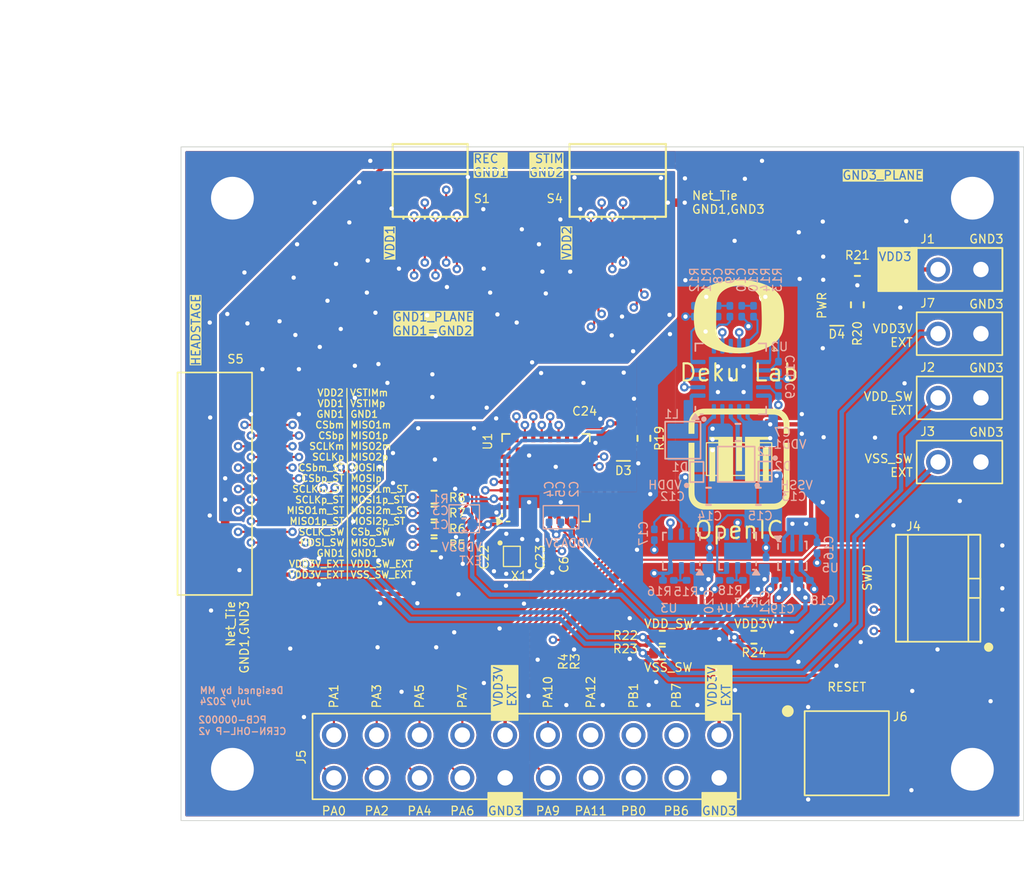
<source format=kicad_pcb>
(kicad_pcb (version 20240108) (generator "pcbnew") (generator_version "8.0")
  (title_block (title "Iris-128S-Adapter") (date "7/26/2024") (rev "1.0.0") (company "OpenIC"))
  (layers (0 "F.Cu" signal) (1 "In1.Cu" signal "L2.Cu") (2 "In2.Cu" signal "L3.Cu") (31 "B.Cu" signal) (34 "B.Paste" user) (35 "F.Paste" user) (36 "B.SilkS" user "B.Silkscreen") (37 "F.SilkS" user "F.Silkscreen") (38 "B.Mask" user) (39 "F.Mask" user) (44 "Edge.Cuts" user))
  (net 0 "")
  (net 1 "/VDD3V")
  (net 2 "/VDDA3V")
  (net 3 "/mcu/NRST")
  (net 4 "/VDD3")
  (net 5 "Net-(C8-Pad2)")
  (net 6 "Net-(U2-SEQ)")
  (net 7 "Net-(C10-Pad2)")
  (net 8 "Net-(U2-VREF)")
  (net 9 "Net-(U3-SS)")
  (net 10 "/VDD_SW")
  (net 11 "/VSS_SW")
  (net 12 "Net-(U2-SW1)")
  (net 13 "Net-(U2-SW2)")
  (net 14 "Net-(U2-INBK)")
  (net 15 "Net-(U1-PF3-BOOT0)")
  (net 16 "/mcu/PA10")
  (net 17 "/mcu/PA9")
  (net 18 "Net-(U1-PB5)")
  (net 19 "/MOSI_SW")
  (net 20 "Net-(U1-PB4)")
  (net 21 "/MISO_SW")
  (net 22 "Net-(U1-PB3)")
  (net 23 "/SCLK_SW")
  (net 24 "Net-(U1-PA15)")
  (net 25 "/CSb_SW")
  (net 26 "Net-(U2-COMP1)")
  (net 27 "Net-(U2-COMP2)")
  (net 28 "Net-(U2-FB1)")
  (net 29 "Net-(U2-FB2)")
  (net 30 "Net-(U3-SENSE{slash}ADJ)")
  (net 31 "Net-(U4-ADJ)")
  (net 32 "GND3")
  (net 33 "/MISO1m")
  (net 34 "/CSbm")
  (net 35 "/SCLKm")
  (net 36 "/MOSIp")
  (net 37 "/MISO2p")
  (net 38 "/MISO1p")
  (net 39 "/MISO2m")
  (net 40 "VDD3V_EXT")
  (net 41 "/CSbp")
  (net 42 "/SCLKp")
  (net 43 "/MOSIm")
  (net 44 "/VDD2")
  (net 45 "/CSbp_STIM")
  (net 47 "/SCLKp_STIM")
  (net 48 "/MOSI1m_STIM")
  (net 49 "VDD1")
  (net 50 "/MOSI2m_STIM")
  (net 51 "/SCLKm_STIM")
  (net 52 "/MOSI1p_STIM")
  (net 53 "/VSTIMm")
  (net 54 "/CSbm_STIM")
  (net 56 "/MOSI2p_STIM")
  (net 57 "/mcu/PA2")
  (net 58 "Net-(U1-PC14-OSC32_IN)")
  (net 59 "Net-(U1-PC15-OSC32_OUT)")
  (net 60 "/mcu/PB1")
  (net 61 "/mcu/PA6")
  (net 62 "/mcu/PB0")
  (net 63 "/mcu/PA5")
  (net 64 "/mcu/PB6")
  (net 65 "/mcu/SWDIO")
  (net 66 "/mcu/PA8")
  (net 67 "/mcu/PA7")
  (net 68 "/mcu/PA4")
  (net 69 "/mcu/PA0")
  (net 70 "/mcu/PA1")
  (net 71 "/mcu/SWCLK")
  (net 72 "/mcu/PB7")
  (net 79 "/pmu/VDDH")
  (net 80 "/pmu/VSSH")
  (net 81 "/VDD_SW_EXT")
  (net 82 "/VSS_SW_EXT")
  (net 83 "Net-(D3-Pad2)")
  (net 84 "Net-(D4-Pad2)")
  (net 85 "/MISO1p_STIM")
  (net 86 "/MISO1m_STIM")
  (net 87 "/mcu/PA12")
  (net 88 "/mcu/PA11")
  (net 89 "/mcu/PA3")
  (net 90 "GND1")
  (net 91 "VSTIMp")
  (footprint "openic:MOUNTING_HOLE-PAD-0.1IN" (layer "F.Cu") (at 73.048 126.952)
    (property "Reference" "S6" (hide yes))
    (property "Value" "~")
  )
  (footprint "openic:CRYSTAL-ECS-ECX-1210B-32KHZ" (layer "F.Cu") (at 89.6291 114.31424 -90)
    (property "Reference" "X1")
    (property "Value" "~" (hide yes))
  )
  (footprint "openic:openic-logo_6mm" (layer "F.Cu") (at 103.10966 108.543276)
    (property "Reference" "G***" (hide yes))
    (property "Value" "LOGO" (hide yes))
  )
  (footprint "openic:MOUNTING_HOLE-PAD-0.1IN" (layer "F.Cu") (at 116.952 93.048)
    (property "Reference" "S3" (hide yes))
    (property "Value" "~")
  )
  (footprint "openic:OMNETICS_PZN-16-AA" (layer "F.Cu") (at 95.91018 93.82208)
    (property "Reference" "S4")
    (property "Value" "~" (hide yes))
  )
  (footprint "openic:SMD-ARM10-10_2x5_P0.05in" (layer "F.Cu") (at 114.91936 116.20534 90)
    (property "Reference" "J4")
    (property "Value" "~" (hide yes))
  )
  (footprint "Resistor_SMD:R_0402_1005Metric" (layer "F.Cu") (at 110.13188 97.282)
    (property "Reference" "R21")
    (property "Value" "0")
  )
  (footprint "openic:TLW-102-06-G-S" (layer "F.Cu") (at 116.18976 101.092)
    (property "Reference" "J7")
    (property "Value" "~" (hide yes))
  )
  (footprint "openic:OSRAM-LED-0603" (layer "F.Cu") (at 108.90946 99.31638)
    (property "Reference" "D4")
    (property "Value" "~" (hide yes))
  )
  (footprint "Capacitor_SMD:C_0201_0603Metric" (layer "F.Cu") (at 90.6945 114.3164 -90)
    (property "Reference" "C23")
    (property "Value" "2p")
  )
  (footprint "Resistor_SMD:R_0201_0603Metric" (layer "F.Cu") (at 93.37986 121.69666 -90)
    (property "Reference" "R3")
    (property "Value" "4.7k" (hide yes))
  )
  (footprint "openic:OMNETICS-A79024-001" (layer "F.Cu") (at 75.381 110 -90)
    (property "Reference" "S5")
    (property "Value" "~" (hide yes))
  )
  (footprint "openic:OMNETICS_PZN-12-AA" (layer "F.Cu") (at 84.78178 93.82248)
    (property "Reference" "S1")
    (property "Value" "~" (hide yes))
  )
  (footprint "Resistor_SMD:R_0402_1005Metric" (layer "F.Cu") (at 98.5545 119.113)
    (property "Reference" "R22")
    (property "Value" "0")
  )
  (footprint "Resistor_SMD:R_0402_1005Metric" (layer "F.Cu") (at 85.0136 112.67944 180)
    (property "Reference" "R6")
    (property "Value" "0" (hide yes))
  )
  (footprint "Resistor_SMD:R_0402_1005Metric" (layer "F.Cu") (at 85.0136 110.7971 180)
    (property "Reference" "R8")
    (property "Value" "0" (hide yes))
  )
  (footprint "Resistor_SMD:R_0201_0603Metric" (layer "F.Cu") (at 92.67818 121.69666 -90)
    (property "Reference" "R4")
    (property "Value" "4.7k" (hide yes))
  )
  (footprint "Capacitor_SMD:C_0201_0603Metric" (layer "F.Cu") (at 92.02924 114.3164 -90)
    (property "Reference" "C6")
    (property "Value" "100n" (hide yes))
  )
  (footprint "Resistor_SMD:R_0402_1005Metric" (layer "F.Cu") (at 85.0136 113.61944 180)
    (property "Reference" "R5")
    (property "Value" "0" (hide yes))
  )
  (footprint "openic:MOUNTING_HOLE-PAD-0.1IN" (layer "F.Cu") (at 73.048 93.048)
    (property "Reference" "S2" (hide yes))
    (property "Value" "~")
  )
  (footprint "Resistor_SMD:R_0402_1005Metric" (layer "F.Cu") (at 98.5545 120.05476)
    (property "Reference" "R23")
    (property "Value" "0")
  )
  (footprint "openic:ROHM-LED-0603" (layer "F.Cu") (at 96.24502 107.24224)
    (property "Reference" "D3")
    (property "Value" "~" (hide yes))
  )
  (footprint "Capacitor_SMD:C_0201_0603Metric" (layer "F.Cu") (at 93.94768 106.29224)
    (property "Reference" "C24")
    (property "Value" "100n")
  )
  (footprint "openic:TLW-102-06-G-S" (layer "F.Cu") (at 116.18976 104.902)
    (property "Reference" "J2")
    (property "Value" "~" (hide yes))
  )
  (footprint "Resistor_SMD:R_0402_1005Metric" (layer "F.Cu") (at 97.46458 107.30474 90)
    (property "Reference" "R19")
    (property "Value" "402")
  )
  (footprint "Resistor_SMD:R_0402_1005Metric" (layer "F.Cu") (at 103.99264 119.113)
    (property "Reference" "R24")
    (property "Value" "0")
  )
  (footprint "NetTie:NetTie-2_SMD_Pad0.5mm" (layer "F.Cu") (at 99.38582 93.31408)
    (property "Reference" "NT1" (hide yes))
    (property "Value" "NetTie_2" (hide yes))
  )
  (footprint "openic:BOURNES-PUSHBUTTON-7914G-1-000" (layer "F.Cu") (at 109.5 126)
    (property "Reference" "J6")
    (property "Value" "~" (hide yes))
  )
  (footprint "Capacitor_SMD:C_0201_0603Metric" (layer "F.Cu") (at 88.56592 114.3164 -90)
    (property "Reference" "C22")
    (property "Value" "2p")
  )
  (footprint "Resistor_SMD:R_0402_1005Metric" (layer "F.Cu") (at 110.12796 99.37888 -90)
    (property "Reference" "R20")
    (property "Value" "499")
  )
  (footprint "openic:uo-logo_6mm" (layer "F.Cu") (at 103.104997 100.076)
    (property "Reference" "G***" (hide yes))
    (property "Value" "LOGO" (hide yes))
  )
  (footprint "openic:TLW-102-06-G-S" (layer "F.Cu") (at 116.18976 108.712)
    (property "Reference" "J3")
    (property "Value" "~" (hide yes))
  )
  (footprint "Resistor_SMD:R_0402_1005Metric" (layer "F.Cu") (at 85.0136 111.73944 180)
    (property "Reference" "R7")
    (property "Value" "0" (hide yes))
  )
  (footprint "openic:MOUNTING_HOLE-PAD-0.1IN" (layer "F.Cu") (at 116.952 126.952)
    (property "Reference" "S7" (hide yes))
    (property "Value" "~")
  )
  (footprint "openic:UFQFPN-32-1EP_5x5mm_P0.5mm_EP3.6x3.6mm" (layer "F.Cu") (at 91.65224 109.64232 90)
    (property "Reference" "U1")
    (property "Value" "~" (hide yes))
  )
  (footprint "openic:TLW-102-06-G-S" (layer "F.Cu") (at 116.18976 97.282)
    (property "Reference" "J1")
    (property "Value" "~" (hide yes))
  )
  (footprint "openic:SLW-110-01-G-D" (layer "F.Cu") (at 90.5 126.1905 90)
    (property "Reference" "J5")
    (property "Value" "~" (hide yes))
  )
  (footprint "NetTie:NetTie-2_SMD_Pad0.5mm" (layer "F.Cu") (at 73.4661 114.62858 -90)
    (property "Reference" "NT2" (hide yes))
    (property "Value" "NetTie_2" (hide yes))
  )
  (footprint "Capacitor_SMD:C_0201_0603Metric" (layer "B.Cu") (at 91.83276 111.97688 90)
    (property "Reference" "C4")
    (property "Value" "100n" (hide yes))
  )
  (footprint "Capacitor_SMD:C_0201_0603Metric" (layer "B.Cu") (at 106.98958 115.736)
    (property "Reference" "C18")
    (property "Value" "1u" (hide yes))
  )
  (footprint "openic:SMD-0808" (layer "B.Cu") (at 102.93958 108.84362)
    (property "Reference" "L2")
    (property "Value" "4.7u" (hide yes))
  )
  (footprint "Resistor_SMD:R_0201_0603Metric" (layer "B.Cu") (at 101.16386 99.75798 90)
    (property "Reference" "R11")
    (property "Value" "1.15M" (hide yes))
  )
  (footprint "Capacitor_SMD:C_0201_0603Metric" (layer "B.Cu") (at 101.36946 112.90226 -90)
    (property "Reference" "C14")
    (property "Value" "2.2u" (hide yes))
  )
  (footprint "Capacitor_SMD:C_0201_0603Metric" (layer "B.Cu") (at 103.26698 99.75798 90)
    (property "Reference" "C10")
    (property "Value" "33n" (hide yes))
  )
  (footprint "openic:WSON-6_1.5mmx1.5mm_P0.5mm" (layer "B.Cu") (at 106.27228 114.27592)
    (property "Reference" "U5")
    (property "Value" "~" (hide yes))
  )
  (footprint "openic:X3-WLB1006-2" (layer "B.Cu") (at 104.650503 109.276677 -90)
    (property "Reference" "D2")
    (property "Value" "~" (hide yes))
  )
  (footprint "Resistor_SMD:R_0201_0603Metric" (layer "B.Cu") (at 104.66924 99.75798 90)
    (property "Reference" "R14")
    (property "Value" "1.33M" (hide yes))
  )
  (footprint "openic:LFCSP-20-1EP_4mmx4mm_P0.5mm_EP2.6mm" (layer "B.Cu") (at 102.61744 103.77156)
    (property "Reference" "U2")
    (property "Value" "~" (hide yes))
  )
  (footprint "Capacitor_SMD:C_0603_1608Metric" (layer "B.Cu") (at 101.29748 110.74792)
    (property "Reference" "C12")
    (property "Value" "10u" (hide yes))
  )
  (footprint "openic:LFCSP-6-1EP_2mmx2mm_P0.65mm_EP1.6mmx1mm" (layer "B.Cu") (at 103.02282 114.00052 180)
    (property "Reference" "U4")
    (property "Value" "~" (hide yes))
  )
  (footprint "Capacitor_SMD:C_0201_0603Metric" (layer "B.Cu") (at 105.4457 103.07204 -90)
    (property "Reference" "C11")
    (property "Value" "1u" (hide yes))
  )
  (footprint "Resistor_SMD:R_0201_0603Metric" (layer "B.Cu") (at 105.37022 99.75798 90)
    (property "Reference" "R13")
    (property "Value" "100k" (hide yes))
  )
  (footprint "Capacitor_SMD:C_0201_0603Metric" (layer "B.Cu") (at 104.7116 114.68502 90)
    (property "Reference" "C21")
    (property "Value" "2.2u" (hide yes))
  )
  (footprint "Capacitor_SMD:C_0201_0603Metric" (layer "B.Cu") (at 105.4457 104.47412 -90)
    (property "Reference" "C9")
    (property "Value" "1u" (hide yes))
  )
  (footprint "Capacitor_SMD:C_0201_0603Metric" (layer "B.Cu") (at 101.86424 99.75798 90)
    (property "Reference" "C8")
    (property "Value" "33n" (hide yes))
  )
  (footprint "Resistor_SMD:R_0201_0603Metric" (layer "B.Cu") (at 86.58446 110.90908 180)
    (property "Reference" "R1")
    (property "Value" "0" (hide yes))
  )
  (footprint "Capacitor_SMD:C_0201_0603Metric" (layer "B.Cu") (at 98.08022 113.02926 -90)
    (property "Reference" "C17")
    (property "Value" "1n" (hide yes))
  )
  (footprint "Resistor_SMD:R_0201_0603Metric" (layer "B.Cu") (at 103.96754 99.75798 -90)
    (property "Reference" "R10")
    (property "Value" "7.5k" (hide yes))
  )
  (footprint "openic:X3-WLB1006-2" (layer "B.Cu") (at 100.59928 109.300363 90)
    (property "Reference" "D1")
    (property "Value" "~" (hide yes))
  )
  (footprint "openic:LFCSP-6-1EP_2mmx2mm_P0.65mm_EP1.6mmx1mm" (layer "B.Cu") (at 99.6881 114.00052 180)
    (property "Reference" "U3")
    (property "Value" "~" (hide yes))
  )
  (footprint "Resistor_SMD:R_0201_0603Metric" (layer "B.Cu") (at 102.25474 115.736 180)
    (property "Reference" "R18")
    (property "Value" "10k" (hide yes))
  )
  (footprint "Resistor_SMD:R_0201_0603Metric" (layer "B.Cu") (at 100.31634 115.736 180)
    (property "Reference" "R15")
    (property "Value" "8.06k" (hide yes))
  )
  (footprint "Capacitor_SMD:C_0201_0603Metric" (layer "B.Cu") (at 101.36946 114.68502 90)
    (property "Reference" "C20")
    (property "Value" "2.2u" (hide yes))
  )
  (footprint "Capacitor_SMD:C_0603_1608Metric" (layer "B.Cu") (at 104.25804 110.74792)
    (property "Reference" "C13")
    (property "Value" "10u" (hide yes))
  )
  (footprint "Capacitor_SMD:C_0402_1005Metric" (layer "B.Cu") (at 86.79446 112.41908 180)
    (property "Reference" "C1")
    (property "Value" "4.7u" (hide yes))
  )
  (footprint "Resistor_SMD:R_0201_0603Metric" (layer "B.Cu") (at 100.46288 99.75798 -90)
    (property "Reference" "R12")
    (property "Value" "100k" (hide yes))
  )
  (footprint "Capacitor_SMD:C_0603_1608Metric" (layer "B.Cu") (at 103.04392 106.95488 180)
    (property "Reference" "C7")
    (property "Value" "10u" (hide yes))
  )
  (footprint "Capacitor_SMD:C_0201_0603Metric" (layer "B.Cu") (at 105.55468 115.736 180)
    (property "Reference" "C19")
    (property "Value" "1u" (hide yes))
  )
  (footprint "openic:SMD-0808" (layer "B.Cu") (at 99.773877 107.4144 90)
    (property "Reference" "L1")
    (property "Value" "3.3u" (hide yes))
  )
  (footprint "Capacitor_SMD:C_0201_0603Metric" (layer "B.Cu") (at 104.7116 112.90226 -90)
    (property "Reference" "C15")
    (property "Value" "2.2u" (hide yes))
  )
  (footprint "Capacitor_SMD:C_0201_0603Metric" (layer "B.Cu") (at 107.73904 113.79888 -90)
    (property "Reference" "C16")
    (property "Value" "1u" (hide yes))
  )
  (footprint "Resistor_SMD:R_0201_0603Metric" (layer "B.Cu") (at 98.91634 115.736 180)
    (property "Reference" "R16")
    (property "Value" "10k" (hide yes))
  )
  (footprint "Capacitor_SMD:C_0201_0603Metric" (layer "B.Cu") (at 93.23276 111.97688 90)
    (property "Reference" "C2")
    (property "Value" "1u" (hide yes))
  )
  (footprint "Resistor_SMD:R_0201_0603Metric" (layer "B.Cu") (at 102.56552 99.75798 -90)
    (property "Reference" "R9")
    (property "Value" "4.87k" (hide yes))
  )
  (footprint "Capacitor_SMD:C_0201_0603Metric" (layer "B.Cu") (at 86.58446 111.60908 180)
    (property "Reference" "C3")
    (property "Value" "100n" (hide yes))
  )
  (footprint "Resistor_SMD:R_0201_0603Metric" (layer "B.Cu") (at 103.65474 115.736 180)
    (property "Reference" "R17")
    (property "Value" "64.9k" (hide yes))
  )
  (footprint "Capacitor_SMD:C_0201_0603Metric" (layer "B.Cu") (at 92.53276 111.97688 90)
    (property "Reference" "C5")
    (property "Value" "10n" (hide yes))
  )
  (gr_rect (start 91.4908 111.3028) (end 93.599 112.6744) (stroke (width 0.0762)) (fill none) (layer "B.SilkS"))
  (gr_rect (start 85.9028 111.252) (end 87.7062 112.903) (stroke (width 0.0762)) (fill none) (layer "B.SilkS"))
  (gr_rect (start 100.91674 128.33858) (end 102.94366 129.0447) (stroke (width 0.0762)) (fill solid) (layer "F.SilkS"))
  (gr_rect (start 100.91674 129.0447) (end 102.94366 129.7432) (stroke (width 0.0762)) (fill none) (layer "F.SilkS"))
  (gr_rect (start 88.21674 128.33858) (end 90.24366 129.0447) (stroke (width 0.0762)) (fill solid) (layer "F.SilkS"))
  (gr_rect (start 88.42248 123.27128) (end 89.98204 124.04344) (stroke (width 0.0762)) (fill solid) (layer "F.SilkS"))
  (gr_rect (start 111.35868 95.9866) (end 113.64976 96.14916) (stroke (width 0.0762)) (fill solid) (layer "F.SilkS"))
  (gr_rect (start 113.33734 95.9866) (end 113.64976 96.84512) (stroke (width 0.0762)) (fill solid) (layer "F.SilkS"))
  (gr_rect (start 111.35868 96.84512) (end 113.64976 98.5774) (stroke (width 0.0762)) (fill solid) (layer "F.SilkS"))
  (gr_rect (start 113.64976 95.9866) (end 118.745 98.5774) (stroke (width 0.0762)) (fill none) (layer "F.SilkS"))
  (gr_rect (start 88.21674 129.0447) (end 90.24366 129.7432) (stroke (width 0.0762)) (fill none) (layer "F.SilkS"))
  (gr_rect (start 101.12248 120.79732) (end 102.68204 123.27128) (stroke (width 0.0762)) (fill none) (layer "F.SilkS"))
  (gr_rect (start 88.42248 120.79732) (end 89.98204 123.27128) (stroke (width 0.0762)) (fill none) (layer "F.SilkS"))
  (gr_rect (start 101.12248 123.27128) (end 102.68204 124.04344) (stroke (width 0.0762)) (fill solid) (layer "F.SilkS"))
  (gr_rect (start 111.35868 96.14916) (end 113.33734 96.84512) (stroke (width 0.0762)) (fill none) (layer "F.SilkS"))
  (gr_rect (start 70 90) (end 120 130) (stroke (width 0.05)) (fill none) (layer "Edge.Cuts"))
  (gr_text "CERN-OHL-P v2" (at 73.64 124.7 0) (layer "B.SilkS") (effects (font (size 0.4064 0.4064) (thickness 0.0762)) (justify mirror)))
  (gr_text "VSSH" (at 106.51744 110.08868 0) (layer "B.SilkS") (effects (font (size 0.508 0.508) (thickness 0.0762)) (justify mirror)))
  (gr_text "Designed by MM\nJuly 2024" (at 71.07066 122.59848 0) (layer "B.SilkS") (effects (font (size 0.4064 0.4064) (thickness 0.0762)) (justify right mirror)))
  (gr_text "PCB-000002" (at 73.05548 124.0155 0) (layer "B.SilkS") (effects (font (size 0.4064 0.4064) (thickness 0.0762)) (justify mirror)))
  (gr_text "VDD3V\nEXT" (at 87.89162 114.16792 0) (layer "B.SilkS") (effects (font (size 0.508 0.508) (thickness 0.0762)) (justify left mirror)))
  (gr_text "VDD1" (at 106.13644 107.66044 0) (layer "B.SilkS") (effects (font (size 0.508 0.508) (thickness 0.0762)) (justify mirror)))
  (gr_text "VDDH" (at 98.71202 110.07598 0) (layer "B.SilkS") (effects (font (size 0.508 0.508) (thickness 0.0762)) (justify mirror)))
  (gr_text "VDDA3V" (at 93.0275 113.53038 0) (layer "B.SilkS") (effects (font (size 0.508 0.508) (thickness 0.0762)) (justify mirror)))
  (gr_text "PA4" (at 84.15 129.42316 0) (layer "F.SilkS") (effects (font (size 0.508 0.508) (thickness 0.0762))))
  (gr_text "VDD_SW\nEXT" (at 113.46688 105.22966 0) (layer "F.SilkS") (effects (font (size 0.508 0.508) (thickness 0.0762)) (justify right)))
  (gr_text "VDD2" (at 92.89034 96.70034 90) (layer "F.SilkS" knockout) (effects (font (size 0.508 0.508) (thickness 0.0762)) (justify left)))
  (gr_text "GND3" (at 116.72062 95.47352 0) (layer "F.SilkS") (effects (font (size 0.508 0.508) (thickness 0.0762)) (justify left)))
  (gr_text "CSbm_ST|MOSIm" (at 79.52486 109.0475 0) (layer "F.SilkS") (effects (font (size 0.4064 0.4064) (thickness 0.0762))))
  (gr_text "STIM\nGND2" (at 92.74556 91.11234 0) (layer "F.SilkS" knockout) (effects (font (size 0.508 0.508) (thickness 0.0762)) (justify right)))
  (gr_text "VDD1|VSTIMp" (at 80.11414 105.2375 0) (layer "F.SilkS") (effects (font (size 0.4064 0.4064) (thickness 0.0762))))
  (gr_text "VSS_SW" (at 97.4344 120.904 0) (layer "F.SilkS") (effects (font (size 0.508 0.508) (thickness 0.0762)) (justify left)))
  (gr_text "VDD_SW" (at 97.4344 118.3132 0) (layer "F.SilkS") (effects (font (size 0.508 0.508) (thickness 0.0762)) (justify left)))
  (gr_text "PA9" (at 91.77 129.42316 0) (layer "F.SilkS") (effects (font (size 0.508 0.508) (thickness 0.0762))))
  (gr_text "RESET" (at 109.5 122.06986 0) (layer "F.SilkS") (effects (font (size 0.508 0.508) (thickness 0.0762))))
  (gr_text "GND3" (at 116.72062 99.33686 0) (layer "F.SilkS") (effects (font (size 0.508 0.508) (thickness 0.0762)) (justify left)))
  (gr_text "PA1" (at 79.0702 123.37796 90) (layer "F.SilkS") (effects (font (size 0.508 0.508) (thickness 0.0762)) (justify left)))
  (gr_text "CSbm|MISO1m" (at 80.21574 106.5075 0) (layer "F.SilkS") (effects (font (size 0.4064 0.4064) (thickness 0.0762))))
  (gr_text "VDD2|VSTIMm" (at 80.19034 104.6025 0) (layer "F.SilkS") (effects (font (size 0.4064 0.4064) (thickness 0.0762))))
  (gr_text "PA12" (at 94.3102 123.37796 90) (layer "F.SilkS") (effects (font (size 0.508 0.508) (thickness 0.0762)) (justify left)))
  (gr_text "PB7" (at 99.3902 123.37796 90) (layer "F.SilkS") (effects (font (size 0.508 0.508) (thickness 0.0762)) (justify left)))
  (gr_text "PA3" (at 81.6102 123.37796 90) (layer "F.SilkS") (effects (font (size 0.508 0.508) (thickness 0.0762)) (justify left)))
  (gr_text "VDD3V" (at 102.7684 118.3132 0) (layer "F.SilkS") (effects (font (size 0.508 0.508) (thickness 0.0762)) (justify left)))
  (gr_text "PA5" (at 84.1502 123.37796 90) (layer "F.SilkS") (effects (font (size 0.508 0.508) (thickness 0.0762)) (justify left)))
  (gr_text "SCLKm|MISO2m" (at 80.03794 107.7775 0) (layer "F.SilkS") (effects (font (size 0.4064 0.4064) (thickness 0.0762))))
  (gr_text "VDD3V\nEXT" (at 113.46688 101.20376 0) (layer "F.SilkS") (effects (font (size 0.508 0.508) (thickness 0.0762)) (justify right)))
  (gr_text "VSS_SW\nEXT" (at 113.46688 108.92282 0) (layer "F.SilkS") (effects (font (size 0.508 0.508) (thickness 0.0762)) (justify right)))
  (gr_text "SWD" (at 110.71606 115.57254 90) (layer "F.SilkS") (effects (font (size 0.508 0.508) (thickness 0.0762))))
  (gr_text "SCLK_SW|CSb_SW" (at 79.68742 112.8575 0) (layer "F.SilkS") (effects (font (size 0.4064 0.4064) (thickness 0.0762))))
  (gr_text "VDD3V_EXT|VDD_SW_EXT" (at 80.08874 114.7625 0) (layer "F.SilkS") (effects (font (size 0.4064 0.4064) (thickness 0.0762))))
  (gr_text "OpenIC" (at 103.10966 112.75344 0) (layer "F.SilkS") (effects (font (size 1.016 1.016) (thickness 0.127))))
  (gr_text "MISO1m_ST|MOSI2m_ST" (at 79.87284 111.5875 0) (layer "F.SilkS") (effects (font (size 0.4064 0.4064) (thickness 0.0762))))
  (gr_text "PA10" (at 91.7702 123.37796 90) (layer "F.SilkS") (effects (font (size 0.508 0.508) (thickness 0.0762)) (justify left)))
  (gr_text "REC\nGND1" (at 87.30488 91.11234 0) (layer "F.SilkS" knockout) (effects (font (size 0.508 0.508) (thickness 0.0762)) (justify left)))
  (gr_text "CSbp|MISO1p" (at 80.21574 107.1425 0) (layer "F.SilkS") (effects (font (size 0.4064 0.4064) (thickness 0.0762))))
  (gr_text "VDD3V\nEXT" (at 89.23 123.27636 90) (layer "F.SilkS" knockout) (effects (font (size 0.508 0.508) (thickness 0.0762)) (justify left)))
  (gr_text "GND3" (at 116.72062 106.94416 0) (layer "F.SilkS") (effects (font (size 0.508 0.508) (thickness 0.0762)) (justify left)))
  (gr_text "HEADSTAGE" (at 70.88632 103.0478 90) (layer "F.SilkS" knockout) (effects (font (size 0.508 0.508) (thickness 0.0762)) (justify left)))
  (gr_text "GND3" (at 101.93 129.42316 0) (layer "F.SilkS" knockout) (effects (font (size 0.508 0.508) (thickness 0.0762))))
  (gr_text "SCLKm_ST|MOSI1m_ST" (at 80.03794 110.3175 0) (layer "F.SilkS") (effects (font (size 0.4064 0.4064) (thickness 0.0762))))
  (gr_text "Net_Tie\nGND1,GND3" (at 73.35012 116.91366 90) (layer "F.SilkS") (effects (font (size 0.508 0.508) (thickness 0.0762)) (justify right)))
  (gr_text "GND3" (at 89.23 129.42316 0) (layer "F.SilkS" knockout) (effects (font (size 0.508 0.508) (thickness 0.0762))))
  (gr_text "VDD1" (at 82.3976 96.70034 90) (layer "F.SilkS" knockout) (effects (font (size 0.508 0.508) (thickness 0.0762)) (justify left)))
  (gr_text "PB0" (at 96.85 129.42316 0) (layer "F.SilkS") (effects (font (size 0.508 0.508) (thickness 0.0762))))
  (gr_text "PB1" (at 96.8502 123.37796 90) (layer "F.SilkS") (effects (font (size 0.508 0.508) (thickness 0.0762)) (justify left)))
  (gr_text "Deku Lab" (at 103.10966 103.4034 0) (layer "F.SilkS") (effects (font (size 1.016 1.016) (thickness 0.127))))
  (gr_text "GND1_PLANE\nGND1=GND2" (at 82.53984 100.51288 0) (layer "F.SilkS" knockout) (effects (font (size 0.508 0.508) (thickness 0.0762)) (justify left)))
  (gr_text "PA11" (at 94.31 129.42316 0) (layer "F.SilkS") (effects (font (size 0.508 0.508) (thickness 0.0762))))
  (gr_text "MISO1p_ST|MOSI2p_ST" (at 79.87284 112.2225 0) (layer "F.SilkS") (effects (font (size 0.4064 0.4064) (thickness 0.0762))))
  (gr_text "CSbp_ST|MOSIp" (at 79.52486 109.6825 0) (layer "F.SilkS") (effects (font (size 0.4064 0.4064) (thickness 0.0762))))
  (gr_text "PB6" (at 99.39 129.42316 0) (layer "F.SilkS") (effects (font (size 0.508 0.508) (thickness 0.0762))))
  (gr_text "SCLKp|MISO2p" (at 80.03794 108.4125 0) (layer "F.SilkS") (effects (font (size 0.4064 0.4064) (thickness 0.0762))))
  (gr_text "GND3" (at 116.72062 103.12654 0) (layer "F.SilkS") (effects (font (size 0.508 0.508) (thickness 0.0762)) (justify left)))
  (gr_text "PA7" (at 86.6902 123.37796 90) (layer "F.SilkS") (effects (font (size 0.508 0.508) (thickness 0.0762)) (justify left)))
  (gr_text "PA2" (at 81.61 129.42316 0) (layer "F.SilkS") (effects (font (size 0.508 0.508) (thickness 0.0762))))
  (gr_text "GND1|GND1" (at 79.87284 114.1275 0) (layer "F.SilkS") (effects (font (size 0.4064 0.4064) (thickness 0.0762))))
  (gr_text "VDD3\n" (at 111.3536 96.52 0) (layer "F.SilkS" knockout) (effects (font (size 0.508 0.508) (thickness 0.0762)) (justify left)))
  (gr_text "PA6" (at 86.69 129.42316 0) (layer "F.SilkS") (effects (font (size 0.508 0.508) (thickness 0.0762))))
  (gr_text "GND3_PLANE" (at 109.2073 91.69146 0) (layer "F.SilkS" knockout) (effects (font (size 0.508 0.508) (thickness 0.0762)) (justify left)))
  (gr_text "PA0" (at 79.07 129.42316 0) (layer "F.SilkS") (effects (font (size 0.508 0.508) (thickness 0.0762))))
  (gr_text "VDD3V_EXT|VSS_SW_EXT" (at 80.06334 115.3975 0) (layer "F.SilkS") (effects (font (size 0.4064 0.4064) (thickness 0.0762))))
  (gr_text "SCLKp_ST|MOSI1p_ST" (at 80.03794 110.9525 0) (layer "F.SilkS") (effects (font (size 0.4064 0.4064) (thickness 0.0762))))
  (gr_text "GND1|GND1" (at 79.86014 105.8725 0) (layer "F.SilkS") (effects (font (size 0.4064 0.4064) (thickness 0.0762))))
  (gr_text "Net_Tie\nGND1,GND3" (at 100.27158 93.30182 0) (layer "F.SilkS") (effects (font (size 0.508 0.508) (thickness 0.0762)) (justify left)))
  (gr_text "VDD3V\nEXT" (at 101.9302 123.27636 90) (layer "F.SilkS" knockout) (effects (font (size 0.508 0.508) (thickness 0.0762)) (justify left)))
  (gr_text "PWR" (at 108.0262 99.4156 90) (layer "F.SilkS") (effects (font (size 0.508 0.508) (thickness 0.0762))))
  (gr_text "MOSI_SW|MISO_SW" (at 79.87284 113.4925 0) (layer "F.SilkS") (effects (font (size 0.4064 0.4064) (thickness 0.0762))))
  (segment (start 105.467 118.79638) (end 105.467 116.7618) (width 0.254) (layer "F.Cu") (net 1))
  (segment (start 104.50264 119.113) (end 105.15038 119.113) (width 0.254) (layer "F.Cu") (net 1))
  (segment (start 105.15038 119.113) (end 105.467 118.79638) (width 0.254) (layer "F.Cu") (net 1))
  (via (at 105.467 116.7618) (size 0.508) (drill 0.254) (layers "F.Cu" "B.Cu") (net 1))
  (via (at 105.867 116.2572) (size 0.508) (drill 0.254) (layers "F.Cu" "B.Cu") (net 1))
  (segment (start 105.77228 114.87592) (end 105.77228 115.6336) (width 0.2032) (layer "B.Cu") (net 1))
  (segment (start 105.77228 115.6336) (end 105.87468 115.736) (width 0.2032) (layer "B.Cu") (net 1))
  (segment (start 105.867 115.74368) (end 105.87468 115.736) (width 0.2032) (layer "B.Cu") (net 1))
  (segment (start 105.467 116.7618) (end 105.467 116.6572) (width 0.2032) (layer "B.Cu") (net 1))
  (segment (start 105.467 116.6572) (end 105.867 116.2572) (width 0.2032) (layer "B.Cu") (net 1))
  (segment (start 105.867 116.2572) (end 105.867 115.74368) (width 0.2032) (layer "B.Cu") (net 1))
  (segment (start 91.9099 112.573948) (end 91.90224 112.566288) (width 0.2032) (layer "F.Cu") (net 2))
  (segment (start 92.26026 113.02) (end 91.9099 112.66964) (width 0.2032) (layer "F.Cu") (net 2))
  (segment (start 91.9099 112.66964) (end 91.9099 112.573948) (width 0.2032) (layer "F.Cu") (net 2))
  (segment (start 91.90224 112.566288) (end 91.90224 112.06732) (width 0.2032) (layer "F.Cu") (net 2))
  (via (at 92.26026 113.02) (size 0.508) (drill 0.254) (layers "F.Cu" "B.Cu") (net 2))
  (via (at 107.04578 116.7618) (size 0.508) (drill 0.254) (layers "F.Cu" "B.Cu") (net 2))
  (via (at 106.647 116.2572) (size 0.508) (drill 0.254) (layers "F.Cu" "B.Cu") (net 2))
  (segment (start 106.647 116.2572) (end 106.647 115.75858) (width 0.2032) (layer "B.Cu") (net 2))
  (segment (start 107.04578 117.49022) (end 107.04578 116.7618) (width 0.254) (layer "B.Cu") (net 2))
  (segment (start 106.5022 118.0338) (end 107.04578 117.49022) (width 0.254) (layer "B.Cu") (net 2))
  (segment (start 106.27228 115.3387) (end 106.66958 115.736) (width 0.2032) (layer "B.Cu") (net 2))
  (segment (start 107.04578 116.7618) (end 107.04578 116.65598) (width 0.2032) (layer "B.Cu") (net 2))
  (segment (start 93.11696 112.7475) (end 93.23276 112.6317) (width 0.2032) (layer "B.Cu") (net 2))
  (segment (start 92.26026 113.02) (end 92.53276 112.7475) (width 0.2032) (layer "B.Cu") (net 2))
  (segment (start 92.26026 113.02) (end 92.1158 113.02) (width 0.2032) (layer "B.Cu") (net 2))
  (segment (start 92.53276 112.7475) (end 92.53276 112.29688) (width 0.2032) (layer "B.Cu") (net 2))
  (segment (start 106.647 115.75858) (end 106.66958 115.736) (width 0.2032) (layer "B.Cu") (net 2))
  (segment (start 92.26026 113.02) (end 91.83276 112.5925) (width 0.2032) (layer "B.Cu") (net 2))
  (segment (start 98.0948 118.0338) (end 106.5022 118.0338) (width 0.254) (layer "B.Cu") (net 2))
  (segment (start 91.83276 112.5925) (end 91.83276 112.29688) (width 0.2032) (layer "B.Cu") (net 2))
  (segment (start 106.27228 114.87592) (end 106.27228 115.3387) (width 0.2032) (layer "B.Cu") (net 2))
  (segment (start 93.23276 112.6317) (end 93.23276 112.29688) (width 0.2032) (layer "B.Cu") (net 2))
  (segment (start 92.53276 112.7475) (end 93.11696 112.7475) (width 0.2032) (layer "B.Cu") (net 2))
  (segment (start 107.04578 116.65598) (end 106.647 116.2572) (width 0.2032) (layer "B.Cu") (net 2))
  (segment (start 93.11696 112.7475) (end 93.11696 113.05596) (width 0.254) (layer "B.Cu") (net 2))
  (segment (start 93.11696 113.05596) (end 98.0948 118.0338) (width 0.254) (layer "B.Cu") (net 2))
  (segment (start 91.40224 112.06732) (end 91.40224 112.47938) (width 0.127) (layer "F.Cu") (net 3))
  (segment (start 115.16106 112.42294) (end 118.4402 112.42294) (width 0.127) (layer "F.Cu") (net 3))
  (segment (start 118.4402 112.42294) (end 119.41048 113.39322) (width 0.127) (layer "F.Cu") (net 3))
  (segment (start 106.926304 114.510302) (end 107.771266 113.66534) (width 0.127) (layer "F.Cu") (net 3))
  (segment (start 97.381578 114.510302) (end 106.926304 114.510302) (width 0.127) (layer "F.Cu") (net 3))
  (segment (start 107.771266 113.66534) (end 110.57128 113.66534) (width 0.127) (layer "F.Cu") (net 3))
  (segment (start 91.40224 112.47938) (end 91.6178 112.69494) (width 0.127) (layer "F.Cu") (net 3))
  (segment (start 119.41048 113.39322) (end 119.41048 119.45112) (width 0.127) (layer "F.Cu") (net 3))
  (segment (start 113.91866 113.66534) (end 115.16106 112.42294) (width 0.127) (layer "F.Cu") (net 3))
  (segment (start 110.77 128.7432) (end 110.77 123.2568) (width 0.127) (layer "F.Cu") (net 3))
  (segment (start 92.02924 113.9964) (end 92.60078 113.9964) (width 0.127) (layer "F.Cu") (net 3))
  (segment (start 110.57128 113.66534) (end 112.88736 113.66534) (width 0.127) (layer "F.Cu") (net 3))
  (segment (start 91.6178 112.69494) (end 91.6178 113.58496) (width 0.127) (layer "F.Cu") (net 3))
  (segment (start 92.070474 119.268794) (end 92.623086 119.268794) (width 0.127) (layer "F.Cu") (net 3))
  (segment (start 119.41048 119.45112) (end 115.6048 123.2568) (width 0.127) (layer "F.Cu") (net 3))
  (segment (start 92.623086 119.268794) (end 97.381578 114.510302) (width 0.127) (layer "F.Cu") (net 3))
  (segment (start 115.6048 123.2568) (end 110.77 123.2568) (width 0.127) (layer "F.Cu") (net 3))
  (segment (start 91.6178 113.58496) (end 92.02924 113.9964) (width 0.127) (layer "F.Cu") (net 3))
  (segment (start 112.88736 113.66534) (end 113.91866 113.66534) (width 0.127) (layer "F.Cu") (net 3))
  (via (at 92.070474 119.268794) (size 0.508) (drill 0.254) (layers "F.Cu" "B.Cu") (net 3))
  (via (at 92.60078 113.9964) (size 0.508) (drill 0.254) (layers "F.Cu" "B.Cu") (net 3))
  (segment (start 110.64188 97.282) (end 114.91976 97.282) (width 0.254) (layer "F.Cu") (net 4))
  (segment (start 101.86424 99.43798) (end 102.56552 99.43798) (width 0.127) (layer "B.Cu") (net 5))
  (via (at 105.4421 105.32578) (size 0.508) (drill 0.254) (layers "F.Cu" "B.Cu") (net 6))
  (via (at 99.86144 104.27156) (size 0.508) (drill 0.254) (layers "F.Cu" "B.Cu") (net 6))
  (segment (start 105.4421 104.79412) (end 105.4421 105.32578) (width 0.127) (layer "B.Cu") (net 6))
  (segment (start 104.55494 104.27156) (end 104.91954 104.27156) (width 0.127) (layer "B.Cu") (net 6))
  (segment (start 99.86144 103.92276) (end 99.86144 104.27156) (width 0.127) (layer "B.Cu") (net 6))
  (segment (start 104.91954 104.27156) (end 105.4421 104.79412) (width 0.127) (layer "B.Cu") (net 6))
  (segment (start 105.4421 104.79412) (end 105.4457 104.79412) (width 0.127) (layer "B.Cu") (net 6))
  (segment (start 100.67994 104.27156) (end 99.86144 104.27156) (width 0.127) (layer "B.Cu") (net 6))
  (segment (start 100.01264 103.77156) (end 99.86144 103.92276) (width 0.127) (layer "B.Cu") (net 6))
  (segment (start 100.67994 103.77156) (end 100.01264 103.77156) (width 0.127) (layer "B.Cu") (net 6))
  (segment (start 103.26698 99.43798) (end 103.96754 99.43798) (width 0.127) (layer "B.Cu") (net 7))
  (segment (start 104.55494 103.27156) (end 104.92258 103.27156) (width 0.127) (layer "B.Cu") (net 8))
  (segment (start 104.92258 103.27156) (end 105.4421 102.75204) (width 0.127) (layer "B.Cu") (net 8))
  (segment (start 105.4457 102.75204) (end 105.4457 100.15346) (width 0.127) (layer "B.Cu") (net 8))
  (segment (start 105.4421 102.75204) (end 105.4457 102.75204) (width 0.127) (layer "B.Cu") (net 8))
  (segment (start 105.4457 100.15346) (end 105.37022 100.07798) (width 0.127) (layer "B.Cu") (net 8))
  (segment (start 98.08022 112.28512) (end 98.08022 112.70926) (width 0.127) (layer "B.Cu") (net 9))
  (segment (start 99.22276 111.87196) (end 98.49338 111.87196) (width 0.127) (layer "B.Cu") (net 9))
  (segment (start 99.6881 112.3373) (end 99.22276 111.87196) (width 0.127) (layer "B.Cu") (net 9))
  (segment (start 99.6881 113.00052) (end 99.6881 112.3373) (width 0.127) (layer "B.Cu") (net 9))
  (segment (start 98.49338 111.87196) (end 98.08022 112.28512) (width 0.127) (layer "B.Cu") (net 9))
  (segment (start 100.8938 117.93144) (end 100.8938 116.2572) (width 0.254) (layer "F.Cu") (net 10))
  (segment (start 99.71224 119.113) (end 100.8938 117.93144) (width 0.254) (layer "F.Cu") (net 10))
  (segment (start 99.0645 119.113) (end 99.71224 119.113) (width 0.254) (layer "F.Cu") (net 10))
  (via (at 101.29326 115.6696) (size 0.508) (drill 0.254) (layers "F.Cu" "B.Cu") (net 10))
  (via (at 100.8938 116.2572) (size 0.508) (drill 0.254) (layers "F.Cu" "B.Cu") (net 10))
  (segment (start 100.3381 115.23236) (end 100.41974 115.314) (width 0.2032) (layer "B.Cu") (net 10))
  (segment (start 100.63788 115.31346) (end 101.29326 115.31346) (width 0.2032) (layer "B.Cu") (net 10))
  (segment (start 100.8938 116.2572) (end 100.8938 115.99346) (width 0.2032) (layer "B.Cu") (net 10))
  (segment (start 101.29326 115.6696) (end 101.29326 115.31346) (width 0.2032) (layer "B.Cu") (net 10))
  (segment (start 100.63634 115.736) (end 100.63634 115.315) (width 0.2032) (layer "B.Cu") (net 10))
  (segment (start 100.63634 115.315) (end 100.63788 115.31346) (width 0.2032) (layer "B.Cu") (net 10))
  (segment (start 101.29326 115.08122) (end 101.36946 115.00502) (width 0.2032) (layer "B.Cu") (net 10))
  (segment (start 100.41974 115.314) (end 100.63734 115.314) (width 0.2032) (layer "B.Cu") (net 10))
  (segment (start 100.3381 115.00052) (end 100.3381 115.23236) (width 0.2032) (layer "B.Cu") (net 10))
  (segment (start 101.29326 115.31346) (end 101.29326 115.08122) (width 0.2032) (layer "B.Cu") (net 10))
  (segment (start 100.8938 115.99346) (end 100.63634 115.736) (width 0.2032) (layer "B.Cu") (net 10))
  (segment (start 100.25684 120.05476) (end 104.0544 116.2572) (width 0.254) (layer "F.Cu") (net 11))
  (segment (start 104.0544 116.2572) (end 104.2322 116.2572) (width 0.254) (layer "F.Cu") (net 11))
  (segment (start 99.0645 120.05476) (end 99.71224 120.05476) (width 0.254) (layer "F.Cu") (net 11))
  (segment (start 99.71224 120.05476) (end 100.25684 120.05476) (width 0.254) (layer "F.Cu") (net 11))
  (via (at 104.2322 116.2572) (size 0.508) (drill 0.254) (layers "F.Cu" "B.Cu") (net 11))
  (via (at 104.6227 115.6696) (size 0.508) (drill 0.254) (layers "F.Cu" "B.Cu") (net 11))
  (segment (start 104.6227 115.6696) (end 104.6227 115.31346) (width 0.2032) (layer "B.Cu") (net 11))
  (segment (start 103.97544 115.31346) (end 104.6227 115.31346) (width 0.2032) (layer "B.Cu") (net 11))
  (segment (start 103.67282 115.00052) (end 103.67282 115.23236) (width 0.2032) (layer "B.Cu") (net 11))
  (segment (start 104.2322 116.2572) (end 104.2322 115.99346) (width 0.2032) (layer "B.Cu") (net 11))
  (segment (start 104.6227 115.09392) (end 104.7116 115.00502) (width 0.2032) (layer "B.Cu") (net 11))
  (segment (start 104.2322 115.99346) (end 103.97474 115.736) (width 0.2032) (layer "B.Cu") (net 11))
  (segment (start 103.75446 115.314) (end 103.9749 115.314) (width 0.2032) (layer "B.Cu") (net 11))
  (segment (start 103.67282 115.23236) (end 103.75446 115.314) (width 0.2032) (layer "B.Cu") (net 11))
  (segment (start 104.6227 115.31346) (end 104.6227 115.09392) (width 0.2032) (layer "B.Cu") (net 11))
  (segment (start 103.97474 115.736) (end 103.97474 115.31416) (width 0.2032) (layer "B.Cu") (net 11))
  (segment (start 103.97474 115.31416) (end 103.97544 115.31346) (width 0.2032) (layer "B.Cu") (net 11))
  (segment (start 99.773877 108.0894) (end 100.33478 108.0894) (width 0.127) (layer "B.Cu") (net 12))
  (segment (start 101.0412 106.53903) (end 101.0412 107.43692) (width 0.2032) (layer "B.Cu") (net 12))
  (segment (start 99.900877 108.0894) (end 100.37288 108.0894) (width 0.127) (layer "B.Cu") (net 12))
  (segment (start 100.6094 108.36402) (end 100.6094 109.036743) (width 0.127) (layer "B.Cu") (net 12))
  (segment (start 101.0412 107.43692) (end 100.38872 108.0894) (width 0.2032) (layer "B.Cu") (net 12))
  (segment (start 100.6094 109.036743) (end 100.59928 109.046863) (width 0.127) (layer "B.Cu") (net 12))
  (segment (start 100.38872 108.0894) (end 99.773877 108.0894) (width 0.2032) (layer "B.Cu") (net 12))
  (segment (start 101.61744 105.70906) (end 101.61744 105.96279) (width 0.2032) (layer "B.Cu") (net 12))
  (segment (start 101.61744 105.70906) (end 101.61744 106.04194) (width 0.127) (layer "B.Cu") (net 12))
  (segment (start 100.33478 108.0894) (end 100.6094 108.36402) (width 0.127) (layer "B.Cu") (net 12))
  (segment (start 101.61744 105.96279) (end 101.0412 106.53903) (width 0.2032) (layer "B.Cu") (net 12))
  (segment (start 103.61458 108.22034) (end 103.03938 107.64514) (width 0.2032) (layer "B.Cu") (net 13))
  (segment (start 103.731637 108.960677) (end 103.61458 108.84362) (width 0.127) (layer "B.Cu") (net 13))
  (segment (start 103.03938 106.49378) (end 102.61744 106.07184) (width 0.2032) (layer "B.Cu") (net 13))
  (segment (start 102.61744 106.07184) (end 102.61744 105.70906) (width 0.2032) (layer "B.Cu") (net 13))
  (segment (start 104.650503 108.960677) (end 103.731637 108.960677) (width 0.127) (layer "B.Cu") (net 13))
  (segment (start 103.61458 108.84362) (end 103.61458 108.22034) (width 0.2032) (layer "B.Cu") (net 13))
  (segment (start 103.03938 107.64514) (end 103.03938 106.49378) (width 0.2032) (layer "B.Cu") (net 13))
  (segment (start 100.28094 104.80796) (end 100.31734 104.77156) (width 0.2032) (layer "B.Cu") (net 14))
  (segment (start 99.900877 106.7394) (end 100.11734 106.7394) (width 0.127) (layer "B.Cu") (net 14))
  (segment (start 100.31734 104.77156) (end 100.67994 104.77156) (width 0.2032) (layer "B.Cu") (net 14))
  (segment (start 100.11734 106.7394) (end 100.28094 106.5758) (width 0.127) (layer "B.Cu") (net 14))
  (segment (start 100.28094 106.5758) (end 100.28094 104.80796) (width 0.2032) (layer "B.Cu") (net 14))
  (segment (start 89.22724 110.89232) (end 88.5622 110.89232) (width 0.127) (layer "F.Cu") (net 15))
  (via (at 88.5622 110.89232) (size 0.508) (drill 0.254) (layers "F.Cu" "B.Cu") (net 15))
  (segment (start 88.54544 110.90908) (end 86.90446 110.90908) (width 0.127) (layer "B.Cu") (net 15))
  (segment (start 88.69784 110.90908) (end 88.7146 110.89232) (width 0.127) (layer "B.Cu") (net 15))
  (segment (start 88.5622 110.89232) (end 88.54544 110.90908) (width 0.127) (layer "B.Cu") (net 15))
  (segment (start 93.37986 122.29916) (end 93.2053 122.47372) (width 0.127) (layer "F.Cu") (net 16))
  (segment (start 91.90224 107.21732) (end 91.90224 106.00586) (width 0.127) (layer "F.Cu") (net 16))
  (segment (start 93.2053 122.47372) (end 92.85585 122.47372) (width 0.127) (layer "F.Cu") (net 16))
  (segment (start 92.85585 122.47372) (end 91.77 123.55957) (width 0.127) (layer "F.Cu") (net 16))
  (segment (start 91.77 123.55957) (end 91.77 124.9205) (width 0.127) (layer "F.Cu") (net 16))
  (segment (start 93.37986 122.01666) (end 93.37986 122.29916) (width 0.127) (layer "F.Cu") (net 16))
  (via (at 91.90224 106.00586) (size 0.508) (drill 0.254) (layers "F.Cu" "B.Cu") (net 16))
  (segment (start 92.40224 107.21732) (end 92.40224 106.5146) (width 0.127) (layer "F.Cu") (net 17))
  (segment (start 90.70086 124.2695) (end 90.70086 126.39136) (width 0.127) (layer "F.Cu") (net 17))
  (segment (start 92.40224 106.5146) (end 92.4021 106.51446) (width 0.127) (layer "F.Cu") (net 17))
  (segment (start 92.67818 122.29218) (end 90.70086 124.2695) (width 0.127) (layer "F.Cu") (net 17))
  (segment (start 90.70086 126.39136) (end 91.77 127.4605) (width 0.127) (layer "F.Cu") (net 17))
  (segment (start 92.67818 122.01666) (end 92.67818 122.29218) (width 0.127) (layer "F.Cu") (net 17))
  (via (at 92.4021 106.51446) (size 0.508) (drill 0.254) (layers "F.Cu" "B.Cu") (net 17))
  (segment (start 85.5236 113.61944) (end 86.50462 113.61944) (width 0.127) (layer "F.Cu") (net 18))
  (segment (start 87.52078 110.19282) (end 88.32128 109.39232) (width 0.127) (layer "F.Cu") (net 18))
  (segment (start 87.52078 112.60328) (end 87.52078 110.19282) (width 0.127) (layer "F.Cu") (net 18))
  (segment (start 88.32128 109.39232) (end 89.22724 109.39232) (width 0.127) (layer "F.Cu") (net 18))
  (segment (start 86.50462 113.61944) (end 87.52078 112.60328) (width 0.127) (layer "F.Cu") (net 18))
  (segment (start 84.5036 113.61944) (end 83.7416 113.61944) (width 0.127) (layer "F.Cu") (net 19))
  (segment (start 74.1491 113.4925) (end 74.9111 113.4925) (width 0.127) (layer "F.Cu") (net 19))
  (via (at 74.1491 113.4925) (size 0.508) (drill 0.254) (layers "F.Cu" "B.Cu") (net 19))
  (via (at 83.7416 113.61944) (size 0.508) (drill 0.254) (layers "F.Cu" "B.Cu") (net 19))
  (segment (start 85.5236 112.67944) (end 86.54292 112.67944) (width 0.127) (layer "F.Cu") (net 20))
  (segment (start 87.26678 110.08761) (end 88.46207 108.89232) (width 0.127) (layer "F.Cu") (net 20))
  (segment (start 87.26678 111.95558) (end 87.26678 110.08761) (width 0.127) (layer "F.Cu") (net 20))
  (segment (start 88.46207 108.89232) (end 89.22724 108.89232) (width 0.127) (layer "F.Cu") (net 20))
  (segment (start 86.54292 112.67944) (end 87.26678 111.95558) (width 0.127) (layer "F.Cu") (net 20))
  (segment (start 77.3749 113.4925) (end 75.8509 113.4925) (width 0.127) (layer "F.Cu") (net 21))
  (segment (start 83.7416 112.67944) (end 84.5036 112.67944) (width 0.127) (layer "F.Cu") (net 21))
  (via (at 77.3749 113.4925) (size 0.508) (drill 0.254) (layers "F.Cu" "B.Cu") (net 21))
  (via (at 83.7416 112.67944) (size 0.508) (drill 0.254) (layers "F.Cu" "B.Cu") (net 21))
  (segment (start 86.50502 111.73944) (end 87.01278 111.23168) (width 0.127) (layer "F.Cu") (net 22))
  (segment (start 88.60286 108.39232) (end 89.22724 108.39232) (width 0.127) (layer "F.Cu") (net 22))
  (segment (start 87.01278 109.9824) (end 88.60286 108.39232) (width 0.127) (layer "F.Cu") (net 22))
  (segment (start 85.5236 111.73944) (end 86.50502 111.73944) (width 0.127) (layer "F.Cu") (net 22))
  (segment (start 87.01278 111.23168) (end 87.01278 109.9824) (width 0.127) (layer "F.Cu") (net 22))
  (segment (start 84.5036 111.73944) (end 83.7416 111.73944) (width 0.127) (layer "F.Cu") (net 23))
  (segment (start 73.3871 112.8575) (end 74.9111 112.8575) (width 0.127) (layer "F.Cu") (net 23))
  (via (at 83.7416 111.73944) (size 0.508) (drill 0.254) (layers "F.Cu" "B.Cu") (net 23))
  (via (at 73.3871 112.8575) (size 0.508) (drill 0.254) (layers "F.Cu" "B.Cu") (net 23))
  (segment (start 86.75878 109.87719) (end 88.74365 107.89232) (width 0.127) (layer "F.Cu") (net 24))
  (segment (start 88.74365 107.89232) (end 89.22724 107.89232) (width 0.127) (layer "F.Cu") (net 24))
  (segment (start 85.5236 110.79964) (end 86.5101 110.79964) (width 0.127) (layer "F.Cu") (net 24))
  (segment (start 86.5101 110.79964) (end 86.75878 110.55096) (width 0.127) (layer "F.Cu") (net 24))
  (segment (start 86.75878 110.55096) (end 86.75878 109.87719) (width 0.127) (layer "F.Cu") (net 24))
  (segment (start 83.7416 110.79964) (end 84.5036 110.79964) (width 0.127) (layer "F.Cu") (net 25))
  (segment (start 76.6129 112.8575) (end 75.8509 112.8575) (width 0.127) (layer "F.Cu") (net 25))
  (via (at 76.6129 112.8575) (size 0.508) (drill 0.254) (layers "F.Cu" "B.Cu") (net 25))
  (via (at 83.7416 110.79964) (size 0.508) (drill 0.254) (layers "F.Cu" "B.Cu") (net 25))
  (segment (start 102.56552 100.07798) (end 102.56552 100.3847) (width 0.127) (layer "B.Cu") (net 26))
  (segment (start 101.9302 100.55606) (end 101.61744 100.86882) (width 0.127) (layer "B.Cu") (net 26))
  (segment (start 101.61744 100.86882) (end 101.61744 101.83406) (width 0.127) (layer "B.Cu") (net 26))
  (segment (start 102.39416 100.55606) (end 101.9302 100.55606) (width 0.127) (layer "B.Cu") (net 26))
  (segment (start 102.56552 100.3847) (end 102.39416 100.55606) (width 0.127) (layer "B.Cu") (net 26))
  (segment (start 104.20016 100.3106) (end 104.20016 101.00812) (width 0.127) (layer "B.Cu") (net 27))
  (segment (start 104.20016 101.00812) (end 103.61744 101.59084) (width 0.127) (layer "B.Cu") (net 27))
  (segment (start 103.61744 101.59084) (end 103.61744 101.83406) (width 0.127) (layer "B.Cu") (net 27))
  (segment (start 103.96754 100.07798) (end 104.20016 100.3106) (width 0.127) (layer "B.Cu") (net 27))
  (segment (start 101.16026 100.07798) (end 101.16386 100.07798) (width 0.127) (layer "B.Cu") (net 28))
  (segment (start 100.28094 100.9609) (end 100.28094 102.69976) (width 0.127) (layer "B.Cu") (net 28))
  (segment (start 100.28094 102.69976) (end 100.35274 102.77156) (width 0.127) (layer "B.Cu") (net 28))
  (segment (start 100.52026 99.43798) (end 101.16026 100.07798) (width 0.127) (layer "B.Cu") (net 28))
  (segment (start 100.35274 102.77156) (end 100.67994 102.77156) (width 0.127) (layer "B.Cu") (net 28))
  (segment (start 101.16386 100.07798) (end 100.28094 100.9609) (width 0.127) (layer "B.Cu") (net 28))
  (segment (start 100.46288 99.43798) (end 100.52026 99.43798) (width 0.127) (layer "B.Cu") (net 28))
  (segment (start 104.95454 100.36328) (end 104.95454 102.6896) (width 0.127) (layer "B.Cu") (net 29))
  (segment (start 104.95454 102.6896) (end 104.87258 102.77156) (width 0.127) (layer "B.Cu") (net 29))
  (segment (start 105.37022 99.43798) (end 105.31284 99.43798) (width 0.127) (layer "B.Cu") (net 29))
  (segment (start 105.31284 99.43798) (end 104.67284 100.07798) (width 0.127) (layer "B.Cu") (net 29))
  (segment (start 104.67284 100.07798) (end 104.66924 100.07798) (width 0.127) (layer "B.Cu") (net 29))
  (segment (start 104.66924 100.07798) (end 104.95454 100.36328) (width 0.127) (layer "B.Cu") (net 29))
  (segment (start 104.87258 102.77156) (end 104.55494 102.77156) (width 0.127) (layer "B.Cu") (net 29))
  (segment (start 99.62134 115.736) (end 99.23634 115.736) (width 0.127) (layer "B.Cu") (net 30))
  (segment (start 99.62134 115.06728) (end 99.6881 115.00052) (width 0.127) (layer "B.Cu") (net 30))
  (segment (start 99.99634 115.736) (end 99.62134 115.736) (width 0.127) (layer "B.Cu") (net 30))
  (segment (start 99.62134 115.736) (end 99.62134 115.06728) (width 0.127) (layer "B.Cu") (net 30))
  (segment (start 102.9589 115.736) (end 102.57474 115.736) (width 0.127) (layer "B.Cu") (net 31))
  (segment (start 102.9589 115.736) (end 102.9589 115.06444) (width 0.127) (layer "B.Cu") (net 31))
  (segment (start 103.33474 115.736) (end 102.9589 115.736) (width 0.127) (layer "B.Cu") (net 31))
  (segment (start 102.9589 115.06444) (end 103.02282 115.00052) (width 0.127) (layer "B.Cu") (net 31))
  (segment (start 89.0321 111.39232) (end 88.7146 111.70982) (width 0.127) (layer "F.Cu") (net 32))
  (segment (start 89.298731 112.971531) (end 88.947189 112.971531) (width 0.127) (layer "F.Cu") (net 32))
  (segment (start 108.23 128.7432) (end 107.20904 128.7432) (width 0.254) (layer "F.Cu") (net 32))
  (segment (start 89.2941 115.34448) (end 88.7152 115.34448) (width 0.127) (layer "F.Cu") (net 32))
  (segment (start 88.7152 115.34448) (end 88.56592 115.1952) (width 0.127) (layer "F.Cu") (net 32))
  (segment (start 89.9641 113.90424) (end 89.9641 113.5634) (width 0.127) (layer "F.Cu") (net 32))
  (segment (start 88.56592 115.1952) (end 88.56592 114.6364) (width 0.127) (layer "F.Cu") (net 32))
  (segment (start 94.87408 106.14406) (end 94.41586 106.14406) (width 0.127) (layer "F.Cu") (net 32))
  (segment (start 90.54522 115.34448) (end 90.6945 115.1952) (width 0.127) (layer "F.Cu") (net 32))
  (segment (start 116.95136 113.66534) (end 118.72936 113.66534) (width 0.2032) (layer "F.Cu") (net 32))
  (segment (start 89.9641 113.5634) (end 90.2435 113.284) (width 0.127) (layer "F.Cu") (net 32))
  (segment (start 88.947189 112.971531) (end 88.17542 113.7433) (width 0.127) (layer "F.Cu") (net 32))
  (segment (start 88.17542 114.2495) (end 88.56232 114.6364) (width 0.127) (layer "F.Cu") (net 32))
  (segment (start 88.56232 114.6364) (end 88.56592 114.6364) (width 0.127) (layer "F.Cu") (net 32))
  (segment (start 89.22724 111.39232) (end 89.0321 111.39232) (width 0.127) (layer "F.Cu") (net 32))
  (segment (start 90.6981 114.6364) (end 90.6945 114.6364) (width 0.127) (layer "F.Cu") (net 32))
  (segment (start 108.23 123.2568) (end 107.20904 123.2568) (width 0.254) (layer "F.Cu") (net 32))
  (segment (start 93.40224 107.89232) (end 94.07724 107.89232) (width 0.127) (layer "F.Cu") (net 32))
  (segment (start 91.65224 109.64232) (end 93.40224 107.89232) (width 0.127) (layer "F.Cu") (net 32))
  (segment (start 88.17542 113.7433) (end 88.17542 114.2495) (width 0.127) (layer "F.Cu") (net 32))
  (segment (start 94.27238 107.89232) (end 94.58988 107.57482) (width 0.127) (layer "F.Cu") (net 32))
  (segment (start 89.2941 115.34448) (end 90.54522 115.34448) (width 0.127) (layer "F.Cu") (net 32))
  (segment (start 89.2941 114.72424) (end 89.2941 115.34448) (width 0.127) (layer "F.Cu") (net 32))
  (segment (start 110.12796 98.86888) (end 110.12796 98.21926) (width 0.2032) (layer "F.Cu") (net 32))
  (segment (start 89.90224 111.39232) (end 91.65224 109.64232) (width 0.127) (layer "F.Cu") (net 32))
  (segment (start 90.6945 115.1952) (end 90.6945 114.6364) (width 0.127) (layer "F.Cu") (net 32))
  (segment (start 92.02924 114.6364) (end 92.02924 115.28602) (width 0.127) (layer "F.Cu") (net 32))
  (segment (start 91.139 114.1955) (end 90.6981 114.6364) (width 0.127) (layer "F.Cu") (net 32))
  (segment (start 91.139 113.3348) (end 91.139 114.1955) (width 0.127) (layer "F.Cu") (net 32))
  (segment (start 116.95136 116.20534) (end 118.72936 116.20534) (width 0.2032) (layer "F.Cu") (net 32))
  (segment (start 89.22724 111.39232) (end 89.90224 111.39232) (width 0.127) (layer "F.Cu") (net 32))
  (segment (start 94.07724 107.89232) (end 94.27238 107.89232) (width 0.127) (layer "F.Cu") (net 32))
  (segment (start 116.95136 117.47534) (end 118.72936 117.47534) (width 0.2032) (layer "F.Cu") (net 32))
  (segment (start 94.41586 106.14406) (end 94.26768 106.29224) (width 0.127) (layer "F.Cu") (net 32))
  (via (at 78.1812 115.9764) (size 0.508) (drill 0.254) (layers "F.Cu" "B.Cu") (net 32))
  (via (at 90.61704 122.60072) (size 0.508) (drill 0.254) (layers "F.Cu" "B.Cu") (net 32))
  (via (at 84.074 106.7054) (size 0.508) (drill 0.254) (layers "F.Cu" "B.Cu") (net 32))
  (via (at 112.268 112.4712) (size 0.508) (drill 0.254) (layers "F.Cu" "B.Cu") (net 32))
  (via (at 81.7118 114.554) (size 0.508) (drill 0.254) (layers "F.Cu" "B.Cu") (net 32))
  (via (at 110.109 111.9124) (size 0.508) (drill 0.254) (layers "F.Cu" "B.Cu") (net 32))
  (via (at 108.1024 97.8916) (size 0.508) (drill 0.254) (layers "F.Cu" "B.Cu") (net 32))
  (via (at 118.72936 116.20534) (size 0.508) (drill 0.254) (layers "F.Cu" "B.Cu") (net 32))
  (via (at 104.9476 116.2572) (size 0.508) (drill 0.254) (layers "F.Cu" "B.Cu") (net 32))
  (via (at 86.4616 116.5606) (size 0.508) (drill 0.254) (layers "F.Cu" "B.Cu") (net 32))
  (via (at 90.3478 117.1194) (size 0.508) (drill 0.254) (layers "F.Cu" "B.Cu") (net 32))
  (via (at 100.6348 123.1392) (size 0.508) (drill 0.254) (layers "F.Cu" "B.Cu") (net 32))
  (via (at 90.6945 115.1952) (size 0.508) (drill 0.254) (layers "F.Cu" "B.Cu") (net 32))
  (via (at 80.2132 112.2426) (size 0.508) (drill 0.254) (layers "F.Cu" "B.Cu") (net 32))
  (via (at 118.72936 117.47534) (size 0.508) (drill 0.254) (layers "F.Cu" "B.Cu") (net 32))
  (via (at 86.31446 113.16208) (size 0.508) (drill 0.254) (layers "F.Cu" "B.Cu") (net 32))
  (via (at 113.3348 128.1938) (size 0.508) (drill 0.254) (layers "F.Cu" "B.Cu") (net 32))
  (via (at 108.1278 107.2388) (size 0.508) (drill 0.254) (layers "F.Cu" "B.Cu") (net 32))
  (via (at 101.36946 113.7978) (size 0.508) (drill 0.254) (layers "F.Cu" "B.Cu") (net 32))
  (via (at 99.93122 100.07798) (size 0.508) (drill 0.254) (layers "F.Cu" "B.Cu") (net 32))
  (via (at 93.8784 104.013) (size 0.508) (drill 0.254) (layers "F.Cu" "B.Cu") (net 32))
  (via (at 103.37944 104.55856) (size 0.508) (drill 0.254) (layers "F.Cu" "B.Cu") (net 32))
  (via (at 108.077 111.0996) (size 0.508) (drill 0.254) (layers "F.Cu" "B.Cu") (net 32))
  (via (at 102.61744 103.79656) (size 0.508) (drill 0.254) (layers "F.Cu" "B.Cu") (net 32))
  (via (at 84.0232 117.094) (size 0.508) (drill 0.254) (layers "F.Cu" "B.Cu") (net 32))
  (via (at 99.8982 91.8718) (size 0.508) (drill 0.254) (layers "F.Cu" "B.Cu") (net 32))
  (via (at 99.0092 101.1174) (size 0.508) (drill 0.254) (layers "F.Cu" "B.Cu") (net 32))
  (via (at 98.07702 115.314) (size 0.508) (drill 0.254) (layers "F.Cu" "B.Cu") (net 32))
  (via (at 81.8134 117.094) (size 0.508) (drill 0.254) (layers "F.Cu" "B.Cu") (net 32))
  (via (at 86.2076 118.8212) (size 0.508) (drill 0.254) (layers "F.Cu" "B.Cu") (net 32))
  (via (at 92.02924 115.28602) (size 0.508) (drill 0.254) (layers "F.Cu" "B.Cu") (net 32))
  (via (at 91.1606 120.4468) (size 0.508) (drill 0.254) (layers "F.Cu" "B.Cu") (net 32))
  (via (at 90.6526 108.32338) (size 0.508) (drill 0.254) (layers "F.Cu" "B.Cu") (net 32))
  (via (at 76.4794 119.7864) (size 0.508) (drill 0.254) (layers "F.Cu" "B.Cu") (net 32))
  (via (at 104.4702 90.8304) (size 0.508) (drill 0.254) (layers "F.Cu" "B.Cu") (net 32))
  (via (at 102.8446 95.5802) (size 0.508) (drill 0.254) (layers "F.Cu" "B.Cu") (net 32))
  (via (at 102.87 122.2502) (size 0.508) (drill 0.254) (layers "F.Cu" "B.Cu") (net 32))
  (via (at 83.0834 122.3518) (size 0.508) (drill 0.254) (layers "F.Cu" "B.Cu") (net 32))
  (via (at 95.0214 123.1392) (size 0.508) (drill 0.254) (layers "F.Cu" "B.Cu") (net 32))
  (via (at 77.9272 93.3196) (size 0.508) (drill 0.254) (layers "F.Cu" "B.Cu") (net 32))
  (via (at 89.298731 112.971531) (size 0.508) (drill 0.254) (layers "F.Cu" "B.Cu") (net 32))
  (via (at 108.077 101.9556) (size 0.508) (drill 0.254) (layers "F.Cu" "B.Cu") (net 32))
  (via (at 71.7042 111.887) (size 0.508) (drill 0.254) (layers "F.Cu" "B.Cu") (net 32))
  (via (at 106.6292 120.5738) (size 0.508) (drill 0.254) (layers "F.Cu" "B.Cu") (net 32))
  (via (at 108.839 118.3894) (size 0.508) (drill 0.254) (layers "F.Cu" "B.Cu") (net 32))
  (via (at 71.7296 106.0704) (size 0.508) (drill 0.254) (layers "F.Cu" "B.Cu") (net 32))
  (via (at 99.88582 93.31408) (size 0.508) (drill 0.254) (layers "F.Cu" "B.Cu") (net 32))
  (via (at 94.87408 106.14406) (size 0.508) (drill 0.254) (layers "F.Cu" "B.Cu") (net 32))
  (via (at 89.2941 115.34448) (size 0.508) (drill 0.254) (layers "F.Cu" "B.Cu") (net 32))
  (via (at 73.4661 115.12858) (size 0.508) (drill 0.254) (layers "F.Cu" "B.Cu") (net 32))
  (via (at 107.20904 128.7432) (size 0.508) (drill 0.254) (layers "F.Cu" "B.Cu") (net 32))
  (via (at 81.2292 90.8304) (size 0.508) (drill 0.254) (layers "F.Cu" "B.Cu") (net 32))
  (via (at 90.6526 111.0996) (size 0.508) (drill 0.254) (layers "F.Cu" "B.Cu") (net 32))
  (via (at 108.077 94.4372) (size 0.508) (drill 0.254) (layers "F.Cu" "B.Cu") (net 32))
  (via (at 104.7116 113.7978) (size 0.508) (drill 0.254) (layers "F.Cu" "B.Cu") (net 32))
  (via (at 103.66168 100.64998) (size 0.508) (drill 0.254) (layers "F.Cu" "B.Cu") (net 32))
  (via (at 85.4202 114.3762) (size 0.508) (drill 0.254) (layers "F.Cu" "B.Cu") (net 32))
  (via (at 113.3856 122.301) (size 0.508) (drill 0.254) (layers "F.Cu" "B.Cu") (net 32))
  (via (at 111.1758 107.2642) (size 0.508) (drill 0.254) (layers "F.Cu" "B.Cu") (net 32))
  (via (at 85.0646 108.5596) (size 0.508) (drill 0.254) (layers "F.Cu" "B.Cu") (net 32))
  (via (at 108.1024 96.52) (size 0.508) (drill 0.254) (layers "F.Cu" "B.Cu") (net 32))
  (via (at 103.37944 103.03456) (size 0.508) (drill 0.254) (layers "F.Cu" "B.Cu") (net 32))
  (via (at 101.64766 116.2572) (size 0.508) (drill 0.254) (layers "F.Cu" "B.Cu") (net 32))
  (via (at 101.5365 107.37082) (size 0.508) (drill 0.254) (layers "F.Cu" "B.Cu") (net 32))
  (via (at 82.5754 108.1786) (size 0.508) (drill 0.254) (layers "F.Cu" "B.Cu") (net 32))
  (via (at 71.7804 117.5258) (size 0.508) (drill 0.254) (layers "F.Cu" "B.Cu") (net 32))
  (via (at 116.205 111.0234) (size 0.508) (drill 0.254) (layers "F.Cu" "B.Cu") (net 32))
  (via (at 91.3638 103.4288) (size 0.508) (drill 0.254) (layers "F.Cu" "B.Cu") (net 32))
  (via (at 103.4542 91.8972) (size 0.508) (drill 0.254) (layers "F.Cu" "B.Cu") (net 32))
  (via (at 101.85544 103.03456) (size 0.508) (drill 0.254) (layers "F.Cu" "B.Cu") (net 32))
  (via (at 105.95784 103.77156) (size 0.508) (drill 0.254) (layers "F.Cu" "B.Cu") (net 32))
  (via (at 82.5754 109.9566) (size 0.508) (drill 0.254) (layers "F.Cu" "B.Cu") (net 32))
  (via (at 103.02282 112.31646) (size 0.508) (drill 0.254) (layers "F.Cu" "B.Cu") (net 32))
  (via (at 71.7042 100.4316) (size 0.508) (drill 0.254) (layers "F.Cu" "B.Cu") (net 32))
  (via (at 97.8408 110.617) (size 0.508) (drill 0.254) (layers "F.Cu" "B.Cu") (net 32))
  (via (at 96.8756 104.9528) (size 0.508) (drill 0.254) (layers "F.Cu" "B.Cu") (net 32))
  (via (at 81.661 119.7102) (size 0.508) (drill 0.254) (layers "F.Cu" "B.Cu") (net 32))
  (via (at 92.53276 111.0996) (size 0.508) (drill 0.254) (layers "F.Cu" "B.Cu") (net 32))
  (via (at 88.7146 111.70982) (size 0.508) (drill 0.254) (layers "F.Cu" "B.Cu") (net 32))
  (via (at 77.2922 123.8504) (size 0.508) (drill 0.254) (layers "F.Cu" "B.Cu") (net 32))
  (via (at 106.2482 118.7958) (size 0.508) (drill 0.254) (layers "F.Cu" "B.Cu") (net 32))
  (via (at 97.74936 123.1392) (size 0.508) (drill 0.254) (layers "F.Cu" "B.Cu") (net 32))
  (via (at 106.8324 105.8672) (size 0.508) (drill 0.254) (layers "F.Cu" "B.Cu") (net 32))
  (via (at 101.9302 119.2276) (size 0.508) (drill 0.254) (layers "F.Cu" "B.Cu") (net 32))
  (via (at 83.7946 115.9002) (size 0.508) (drill 0.254) (layers "F.Cu" "B.Cu") (net 32))
  (via (at 87.96782 121.8311) (size 0.508) (drill 0.254) (layers "F.Cu" "B.Cu") (net 32))
  (via (at 73.7616 97.4598) (size 0.508) (drill 0.254) (layers "F.Cu" "B.Cu") (net 32))
  (via (at 112.6744 99.5426) (size 0.508) (drill 0.254) (layers "F.Cu" "B.Cu") (net 32))
  (via (at 101.12422 100.96494) (size 0.508) (drill 0.254) (layers "F.Cu" "B.Cu") (net 32))
  (via (at 92.8624 123.1392) (size 0.508) (drill 0.254) (layers "F.Cu" "B.Cu") (net 32))
  (via (at 113.03 94.4118) (size 0.508) (drill 0.254) (layers "F.Cu" "B.Cu") (net 32))
  (via (at 110.32744 119.40032) (size 0.508) (drill 0.254) (layers "F.Cu" "B.Cu") (net 32))
  (via (at 106.8324 107.0356) (size 0.508) (drill 0.254) (layers "F.Cu" "B.Cu") (net 32))
  (via (at 118.0338 122.9106) (size 0.508) (drill 0.254) (layers "F.Cu" "B.Cu") (net 32))
  (via (at 110.12796 98.21926) (size 0.508) (drill 0.254) (layers "F.Cu" "B.Cu") (net 32))
  (via (at 87.376 106.7054) (size 0.508) (drill 0.254) (layers "F.Cu" "B.Cu") (net 32))
  (via (at 108.8898 120.8024) (size 0.508) (drill 0.254) (layers "F.Cu" "B.Cu") (net 32))
  (via (at 98.1964 121.7676) (size 0.508) (drill 0.254) (layers "F.Cu" "B.Cu") (net 32))
  (via (at 90.2435 113.284) (size 0.508) (drill 0.254) (layers "F.Cu" "B.Cu") (net 32))
  (via (at 118.72936 113.66534) (size 0.508) (drill 0.254) (layers "F.Cu" "B.Cu") (net 32))
  (via (at 94.58988 107.57482) (size 0.508) (drill 0.254) (layers "F.Cu" "B.Cu") (net 32))
  (via (at 88.6968 106.1212) (size 0.508) (drill 0.254) (layers "F.Cu" "B.Cu") (net 32))
  (via (at 88.56592 115.1952) (size 0.508) (drill 0.254) (layers "F.Cu" "B.Cu") (net 32))
  (via (at 101.5357 108.00836) (size 0.508) (drill 0.254) (layers "F.Cu" "B.Cu") (net 32))
  (via (at 85.1408 119.7102) (size 0.508) (drill 0.254) (layers "F.Cu" "B.Cu") (net 32))
  (via (at 97.1296 108.7882) (size 0.508) (drill 0.254) (layers "F.Cu" "B.Cu") (net 32))
  (via (at 93.3196 119.8372) (size 0.508) (drill 0.254) (layers "F.Cu" "B.Cu") (net 32))
  (via (at 106.6546 95.0722) (size 0.508) (drill 0.254) (layers "F.Cu" "B.Cu") (net 32))
  (via (at 91.139 113.3348) (size 0.508) (drill 0.254) (layers "F.Cu" "B.Cu") (net 32))
  (via (at 96.266 103.4034) (size 0.508) (drill 0.254) (layers "F.Cu" "B.Cu") (net 32))
  (via (at 112.9284 104.0384) (size 0.508) (drill 0.254) (layers "F.Cu" "B.Cu") (net 32))
  (via (at 86.7156 114.7572) (size 0.508) (drill 0.254) (layers "F.Cu" "B.Cu") (net 32))
  (via (at 101.85544 104.55856) (size 0.508) (drill 0.254) (layers "F.Cu" "B.Cu") (net 32))
  (via (at 92.23248 108.99648) (size 0.508) (drill 0.254) (layers "F.Cu" "B.Cu") (net 32))
  (via (at 86.26446 110.2995) (size 0.508) (drill 0.254) (layers "F.Cu" "B.Cu") (net 32))
  (via (at 96.6216 120.396) (size 0.508) (drill 0.254) (layers "F.Cu" "B.Cu") (net 32))
  (via (at 78.1812 114.427) (size 0.508) (drill 0.254) (layers "F.Cu" "B.Cu") (net 32))
  (via (at 99.9236 97.917) (size 0.508) (drill 0.254) (layers "F.Cu" "B.Cu") (net 32))
  (via (at 107.73904 114.69442) (size 0.508) (drill 0.254) (layers "F.Cu" "B.Cu") (net 32))
  (via (at 107.20904 123.2568) (size 0.508) (drill 0.254) (layers "F.Cu" "B.Cu") (net 32))
  (via (at 97.0534 113.919) (size 0.508) (drill 0.254) (layers "F.Cu" "B.Cu") (net 32))
  (via (at 106.7054 97.8408) (size 0.508) (drill 0.254) (layers "F.Cu" "B.Cu") (net 32))
  (via (at 114.8842 119.8372) (size 0.508) (drill 0.254) (layers "F.Cu" "B.Cu") (net 32))
  (via (at 88.9 118.5926) (size 0.508) (drill 0.254) (layers "F.Cu" "B.Cu") (net 32))
  (via (at 98.08022 113.9248) (size 0.508) (drill 0.254) (layers "F.Cu" "B.Cu") (net 32))
  (via (at 89.281 116.0526) (size 0.508) (drill 0.254) (layers "F.Cu" "B.Cu") (net 32))
  (via (at 107.56542 116.2572) (size 0.508) (drill 0.254) (layers "F.Cu" "B.Cu") (net 32))
  (via (at 101.5365 106.73388) (size 0.508) (drill 0.254) (layers "F.Cu" "B.Cu") (net 32))
  (via (at 96.6216 117.983) (size 0.508) (drill 0.254) (layers "F.Cu" "B.Cu") (net 32))
  (segment (start 86.31446 112.41908) (end 86.31446 113.16208) (width 0.2032) (layer "B.Cu") (net 32))
  (segment (start 101.93474 115.736) (end 101.93474 115.79232) (width 0.127) (layer "B.Cu") (net 32))
  (segment (start 98.08022 113.9248) (end 98.08022 113.34926) (width 0.127) (layer "B.Cu") (net 32))
  (segment (start 99.6881 114.00052) (end 99.3544 114.00052) (width 0.2032) (layer "B.Cu") (net 32))
  (segment (start 86.26446 110.90908) (end 86.26446 110.2995) (width 0.2032) (layer "B.Cu") (net 32))
  (segment (start 105.44476 103.77156) (end 105.95784 103.77156) (width 0.127) (layer "B.Cu") (net 32))
  (segment (start 105.09504 116.10976) (end 104.9476 116.2572) (width 0.2032) (layer "B.Cu") (net 32))
  (segment (start 99.3544 114.00052) (end 99.0381 114.31682) (width 0.2032) (layer "B.Cu") (net 32))
  (segment (start 103.26698 100.07798) (end 103.66168 100.47268) (width 0.127) (layer "B.Cu") (net 32))
  (segment (start 105.4457 104.15412) (end 105.4457 103.7725) (width 0.127) (layer "B.Cu") (net 32))
  (segment (start 99.0381 115.00052) (end 99.0381 115.19566) (width 0.2032) (layer "B.Cu") (net 32))
  (segment (start 101.12422 100.96494) (end 101.12422 100.818) (width 0.127) (layer "B.Cu") (net 32))
  (segment (start 92.53276 111.65688) (end 93.23276 111.65688) (width 0.2032) (layer "B.Cu") (net 32))
  (segment (start 105.4457 103.39204) (end 105.4457 103.77062) (width 0.127) (layer "B.Cu") (net 32))
  (segment (start 92.53276 111.65688) (end 91.83276 111.65688) (width 0.2032) (layer "B.Cu") (net 32))
  (segment (start 92.53276 111.65688) (end 92.53276 111.0996) (width 0.2032) (layer "B.Cu") (net 32))
  (segment (start 100.46288 100.07798) (end 99.93122 100.07798) (width 0.127) (layer "B.Cu") (net 32))
  (segment (start 86.26446 111.60908) (end 86.26446 110.90908) (width 0.2032) (layer "B.Cu") (net 32))
  (segment (start 104.55494 103.77156) (end 105.44476 103.77156) (width 0.127) (layer "B.Cu") (net 32))
  (segment (start 105.4457 103.77062) (end 105.44476 103.77156) (width 0.127) (layer "B.Cu") (net 32))
  (segment (start 105.09504 115.87564) (end 105.09504 116.10976) (width 0.2032) (layer "B.Cu") (net 32))
  (segment (start 102.26892 108.83928) (end 102.26458 108.84362) (width 0.127) (layer "B.Cu") (net 32))
  (segment (start 102.11744 105.70906) (end 102.11744 106.8034) (width 0.2032) (layer "B.Cu") (net 32))
  (segment (start 102.11744 106.8034) (end 102.26892 106.95488) (width 0.127) (layer "B.Cu") (net 32))
  (segment (start 101.36946 113.7978) (end 101.36946 114.36502) (width 0.2032) (layer "B.Cu") (net 32))
  (segment (start 86.31446 112.41908) (end 86.31446 111.65908) (width 0.2032) (layer "B.Cu") (net 32))
  (segment (start 103.02282 113.00052) (end 103.02282 112.31646) (width 0.2032) (layer "B.Cu") (net 32))
  (segment (start 104.7116 113.7978) (end 104.7116 114.36502) (width 0.2032) (layer "B.Cu") (net 32))
  (segment (start 101.36946 113.7978) (end 101.36946 113.22226) (width 0.2032) (layer "B.Cu") (net 32))
  (segment (start 105.23468 115.736) (end 105.09504 115.87564) (width 0.2032) (layer "B.Cu") (net 32))
  (segment (start 98.59518 115.314) (end 98.07702 115.314) (width 0.2032) (layer "B.Cu") (net 32))
  (segment (start 101.64766 116.2572) (end 101.64766 116.02308) (width 0.2032) (layer "B.Cu") (net 32))
  (segment (start 99.0381 115.19566) (end 98.91976 115.314) (width 0.2032) (layer "B.Cu") (net 32))
  (segment (start 99.0381 114.31682) (end 99.0381 115.00052) (width 0.2032) (layer "B.Cu") (net 32))
  (segment (start 102.26458 110.55582) (end 102.07248 110.74792) (width 0.127) (layer "B.Cu") (net 32))
  (segment (start 102.26458 108.84362) (end 102.26458 110.55582) (width 0.127) (layer "B.Cu") (net 32))
  (segment (start 98.59634 115.31516) (end 98.59518 115.314) (width 0.2032) (layer "B.Cu") (net 32))
  (segment (start 106.77228 114.87592) (end 106.77228 115.1111) (width 0.2032) (layer "B.Cu") (net 32))
  (segment (start 98.91976 115.314) (end 98.59518 115.314) (width 0.2032) (layer "B.Cu") (net 32))
  (segment (start 101.5365 106.73388) (end 102.04792 106.73388) (width 0.127) (layer "B.Cu") (net 32))
  (segment (start 107.30958 115.6484) (end 107.30958 115.736) (width 0.2032) (layer "B.Cu") (net 32))
  (segment (start 107.56542 115.99184) (end 107.30958 115.736) (width 0.2032) (layer "B.Cu") (net 32))
  (segment (start 101.64766 116.02308) (end 101.93474 115.736) (width 0.2032) (layer "B.Cu") (net 32))
  (segment (start 107.56542 116.2572) (end 107.56542 115.99184) (width 0.2032) (layer "B.Cu") (net 32))
  (segment (start 104.7116 113.7978) (end 104.7116 113.22226) (width 0.2032) (layer "B.Cu") (net 32))
  (segment (start 98.59634 115.736) (end 98.59634 115.31516) (width 0.2032) (layer "B.Cu") (net 32))
  (segment (start 105.4457 103.7725) (end 105.44476 103.77156) (width 0.127) (layer "B.Cu") (net 32))
  (segment (start 106.77228 115.1111) (end 107.30958 115.6484) (width 0.2032) (layer "B.Cu") (net 32))
  (segment (start 102.26892 106.95488) (end 102.26892 108.83928) (width 0.127) (layer "B.Cu") (net 32))
  (segment (start 103.66168 100.47268) (end 103.66168 100.64998) (width 0.127) (layer "B.Cu") (net 32))
  (segment (start 102.04792 106.73388) (end 102.26892 106.95488) (width 0.127) (layer "B.Cu") (net 32))
  (segment (start 86.31446 111.65908) (end 86.26446 111.60908) (width 0.2032) (layer "B.Cu") (net 32))
  (segment (start 107.73904 114.69442) (end 107.73904 114.11888) (width 0.2032) (layer "B.Cu") (net 32))
  (segment (start 101.12422 100.818) (end 101.86424 100.07798) (width 0.127) (layer "B.Cu") (net 32))
  (segment (start 103.48304 110.74792) (end 102.07248 110.74792) (width 0.127) (layer "B.Cu") (net 32))
  (segment (start 76.6129 106.5075) (end 75.8509 106.5075) (width 0.127) (layer "F.Cu") (net 33))
  (segment (start 84.46428 93.31448) (end 84.46428 94.83848) (width 0.127) (layer "F.Cu") (net 33))
  (via (at 84.46428 93.31448) (size 0.508) (drill 0.254) (layers "F.Cu" "B.Cu") (net 33))
  (via (at 76.6129 106.5075) (size 0.508) (drill 0.254) (layers "F.Cu" "B.Cu") (net 33))
  (segment (start 74.9111 106.5075) (end 73.7681 106.5075) (width 0.127) (layer "F.Cu") (net 34))
  (segment (start 86.36928 94.07648) (end 86.36928 94.83848) (width 0.127) (layer "F.Cu") (net 34))
  (via (at 73.7681 106.5075) (size 0.508) (drill 0.254) (layers "F.Cu" "B.Cu") (net 34))
  (via (at 86.36928 94.07648) (size 0.508) (drill 0.254) (layers "F.Cu" "B.Cu") (net 34))
  (segment (start 73.3871 107.7775) (end 74.9111 107.7775) (width 0.127) (layer "F.Cu") (net 35))
  (segment (start 85.73428 94.83848) (end 85.73428 92.55248) (width 0.127) (layer "F.Cu") (net 35))
  (via (at 85.73428 92.55248) (size 0.508) (drill 0.254) (layers "F.Cu" "B.Cu") (net 35))
  (via (at 73.3871 107.7775) (size 0.508) (drill 0.254) (layers "F.Cu" "B.Cu") (net 35))
  (segment (start 75.8509 109.6825) (end 76.9939 109.6825) (width 0.127) (layer "F.Cu") (net 36))
  (segment (start 85.09928 97.63248) (end 85.09928 95.98148) (width 0.127) (layer "F.Cu") (net 36))
  (via (at 76.9939 109.6825) (size 0.508) (drill 0.254) (layers "F.Cu" "B.Cu") (net 36))
  (via (at 85.09928 97.63248) (size 0.508) (drill 0.254) (layers "F.Cu" "B.Cu") (net 36))
  (segment (start 83.82928 97.63248) (end 83.82928 95.98148) (width 0.127) (layer "F.Cu") (net 37))
  (segment (start 75.8509 108.4125) (end 76.9939 108.4125) (width 0.127) (layer "F.Cu") (net 37))
  (via (at 76.9939 108.4125) (size 0.508) (drill 0.254) (layers "F.Cu" "B.Cu") (net 37))
  (via (at 83.82928 97.63248) (size 0.508) (drill 0.254) (layers "F.Cu" "B.Cu") (net 37))
  (segment (start 75.8509 107.1425) (end 76.9939 107.1425) (width 0.127) (layer "F.Cu") (net 38))
  (segment (start 84.46428 96.87048) (end 84.46428 95.98148) (width 0.127) (layer "F.Cu") (net 38))
  (via (at 84.46428 96.87048) (size 0.508) (drill 0.254) (layers "F.Cu" "B.Cu") (net 38))
  (via (at 76.9939 107.1425) (size 0.508) (drill 0.254) (layers "F.Cu" "B.Cu") (net 38))
  (segment (start 76.6129 107.7775) (end 75.8509 107.7775) (width 0.127) (layer "F.Cu") (net 39))
  (segment (start 83.82928 94.07648) (end 83.82928 94.83848) (width 0.127) (layer "F.Cu") (net 39))
  (via (at 76.6129 107.7775) (size 0.508) (drill 0.254) (layers "F.Cu" "B.Cu") (net 39))
  (via (at 83.82928 94.07648) (size 0.508) (drill 0.254) (layers "F.Cu" "B.Cu") (net 39))
  (segment (start 75.56754 116.5352) (end 74.9111 115.87876) (width 0.254) (layer "F.Cu") (net 40))
  (segment (start 95.17998 106.70566) (end 95.4684 106.41724) (width 0.127) (layer "F.Cu") (net 40))
  (segment (start 74.9111 115.3975) (end 74.9111 114.7625) (width 0.254) (layer "F.Cu") (net 40))
  (segment (start 101.93 122.40768) (end 101.93 124.9205) (width 0.2032) (layer "F.Cu") (net 40))
  (segment (start 90.39076 121.37666) (end 89.23 122.53742) (width 0.2032) (layer "F.Cu") (net 40))
  (segment (start 92.67818 121.37666) (end 90.39076 121.37666) (width 0.2032) (layer "F.Cu") (net 40))
  (segment (start 88.2066 112.4204) (end 89.8398 112.4204) (width 0.2032) (layer "F.Cu") (net 40))
  (segment (start 93.40224 107.21732) (end 93.40224 106.72852) (width 0.127) (layer "F.Cu") (net 40))
  (segment (start 95.05188 122.40768) (end 101.93 122.40768) (width 0.2032) (layer "F.Cu") (net 40))
  (segment (start 93.4251 106.70566) (end 95.17998 106.70566) (width 0.127) (layer "F.Cu") (net 40))
  (segment (start 89.8398 112.4204) (end 89.90224 112.35796) (width 0.2032) (layer "F.Cu") (net 40))
  (segment (start 93.37986 121.37666) (end 94.02086 121.37666) (width 0.2032) (layer "F.Cu") (net 40))
  (segment (start 74.9111 115.87876) (end 74.9111 115.3975) (width 0.254) (layer "F.Cu") (net 40))
  (segment (start 114.87636 121.37666) (end 116.95136 119.30166) (width 0.2032) (layer "F.Cu") (net 40))
  (segment (start 93.37986 121.37666) (end 92.67818 121.37666) (width 0.2032) (layer "F.Cu") (net 40))
  (segment (start 89.23 122.53742) (end 89.23 124.9205) (width 0.2032) (layer "F.Cu") (net 40))
  (segment (start 88.2066 112.4204) (end 84.0918 116.5352) (width 0.254) (layer "F.Cu") (net 40))
  (segment (start 116.95136 119.30166) (end 116.95136 118.74534) (width 0.2032) (layer "F.Cu") (net 40))
  (segment (start 93.40224 106.72852) (end 93.40224 106.51768) (width 0.127) (layer "F.Cu") (net 40))
  (segment (start 93.40224 106.51768) (end 93.62768 106.29224) (width 0.127) (layer "F.Cu") (net 40))
  (segment (start 89.90224 112.35796) (end 89.90224 112.06732) (width 0.2032) (layer "F.Cu") (net 40))
  (segment (start 102.8349 119.113) (end 101.93 120.0179) (width 0.2032) (layer "F.Cu") (net 40))
  (segment (start 96.24502 106.41724) (end 95.4684 106.41724) (width 0.254) (layer "F.Cu") (net 40))
  (segment (start 101.93 121.37644) (end 101.93 122.40768) (width 0.2032) (layer "F.Cu") (net 40))
  (segment (start 101.93 121.37644) (end 101.92978 121.37666) (width 0.2032) (layer "F.Cu") (net 40))
  (segment (start 103.48264 119.113) (end 102.8349 119.113) (width 0.254) (layer "F.Cu") (net 40))
  (segment (start 94.02086 121.37666) (end 95.05188 122.40768) (width 0.2032) (layer "F.Cu") (net 40))
  (segment (start 101.93 120.0179) (end 101.93 121.37644) (width 0.2032) (layer "F.Cu") (net 40))
  (segment (start 93.40224 106.72852) (end 93.4251 106.70566) (width 0.127) (layer "F.Cu") (net 40))
  (segment (start 101.92978 121.37666) (end 114.87636 121.37666) (width 0.2032) (layer "F.Cu") (net 40))
  (segment (start 84.0918 116.5352) (end 75.56754 116.5352) (width 0.254) (layer "F.Cu") (net 40))
  (via (at 88.2066 112.4204) (size 0.508) (drill 0.254) (layers "F.Cu" "B.Cu") (net 40))
  (via (at 102.8349 119.113) (size 0.508) (drill 0.254) (layers "F.Cu" "B.Cu") (net 40))
  (via (at 95.4684 106.41724) (size 0.508) (drill 0.254) (layers "F.Cu" "B.Cu") (net 40))
  (segment (start 87.27446 111.97908) (end 86.90446 111.60908) (width 0.2032) (layer "B.Cu") (net 40))
  (segment (start 87.27578 112.4204) (end 87.27446 112.41908) (width 0.2032) (layer "B.Cu") (net 40))
  (segment (start 96.108184 116.586) (end 97.936984 118.4148) (width 0.254) (layer "B.Cu") (net 40))
  (segment (start 89.1972 108.4656) (end 90.23096 107.43184) (width 0.2032) (layer "B.Cu") (net 40))
  (segment (start 102.8349 119.113) (end 103.9401 120.2182) (width 0.254) (layer "B.Cu") (net 40))
  (segment (start 93.62948 107.43184) (end 94.12732 106.934) (width 0.2032) (layer "B.Cu") (net 40))
  (segment (start 87.27446 112.41908) (end 87.27446 115.51164) (width 0.254) (layer "B.Cu") (net 40))
  (segment (start 94.12732 106.934) (end 94.95164 106.934) (width 0.2032) (layer "B.Cu") (net 40))
  (segment (start 109.20222 116.95938) (end 109.20222 105.73766) (width 0.254) (layer "B.Cu") (net 40))
  (segment (start 102.1367 118.4148) (end 102.8349 119.113) (width 0.254) (layer "B.Cu") (net 40))
  (segment (start 113.84788 101.092) (end 114.91976 101.092) (width 0.254) (layer "B.Cu") (net 40))
  (segment (start 94.95164 106.934) (end 95.4684 106.41724) (width 0.2032) (layer "B.Cu") (net 40))
  (segment (start 105.9434 120.2182) (end 109.20222 116.95938) (width 0.254) (layer "B.Cu") (net 40))
  (segment (start 89.1972 111.90972) (end 89.1972 108.4656) (width 0.2032) (layer "B.Cu") (net 40))
  (segment (start 87.27446 115.51164) (end 88.34882 116.586) (width 0.254) (layer "B.Cu") (net 40))
  (segment (start 88.2066 112.4204) (end 87.27578 112.4204) (width 0.2032) (layer "B.Cu") (net 40))
  (segment (start 88.2066 112.4204) (end 88.43458 112.19242) (width 0.2032) (layer "B.Cu") (net 40))
  (segment (start 103.9401 120.2182) (end 105.9434 120.2182) (width 0.254) (layer "B.Cu") (net 40))
  (segment (start 88.43458 112.19242) (end 88.9145 112.19242) (width 0.2032) (layer "B.Cu") (net 40))
  (segment (start 97.936984 118.4148) (end 102.1367 118.4148) (width 0.254) (layer "B.Cu") (net 40))
  (segment (start 109.20222 105.73766) (end 113.84788 101.092) (width 0.254) (layer "B.Cu") (net 40))
  (segment (start 88.9145 112.19242) (end 89.1972 111.90972) (width 0.2032) (layer "B.Cu") (net 40))
  (segment (start 88.34882 116.586) (end 96.108184 116.586) (width 0.254) (layer "B.Cu") (net 40))
  (segment (start 90.23096 107.43184) (end 93.62948 107.43184) (width 0.2032) (layer "B.Cu") (net 40))
  (segment (start 87.27446 112.41908) (end 87.27446 111.97908) (width 0.2032) (layer "B.Cu") (net 40))
  (segment (start 86.36928 95.98148) (end 86.36928 97.25148) (width 0.127) (layer "F.Cu") (net 41))
  (segment (start 74.1491 107.1425) (end 74.9111 107.1425) (width 0.127) (layer "F.Cu") (net 41))
  (via (at 86.36928 97.25148) (size 0.508) (drill 0.254) (layers "F.Cu" "B.Cu") (net 41))
  (via (at 74.1491 107.1425) (size 0.508) (drill 0.254) (layers "F.Cu" "B.Cu") (net 41))
  (segment (start 85.73428 96.87048) (end 85.73428 95.98148) (width 0.127) (layer "F.Cu") (net 42))
  (segment (start 74.1491 108.4125) (end 74.9111 108.4125) (width 0.127) (layer "F.Cu") (net 42))
  (via (at 74.1491 108.4125) (size 0.508) (drill 0.254) (layers "F.Cu" "B.Cu") (net 42))
  (via (at 85.73428 96.87048) (size 0.508) (drill 0.254) (layers "F.Cu" "B.Cu") (net 42))
  (segment (start 76.6129 109.0475) (end 75.8509 109.0475) (width 0.127) (layer "F.Cu") (net 43))
  (segment (start 85.09928 94.07648) (end 85.09928 94.83848) (width 0.127) (layer "F.Cu") (net 43))
  (via (at 76.6129 109.0475) (size 0.508) (drill 0.254) (layers "F.Cu" "B.Cu") (net 43))
  (via (at 85.09928 94.07648) (size 0.508) (drill 0.254) (layers "F.Cu" "B.Cu") (net 43))
  (segment (start 92.37472 99.28352) (end 93.68768 97.97056) (width 0.254) (layer "F.Cu") (net 44))
  (segment (start 74.9111 104.05984) (end 79.68742 99.28352) (width 0.254) (layer "F.Cu") (net 44))
  (segment (start 74.9111 104.6025) (end 74.9111 104.05984) (width 0.254) (layer "F.Cu") (net 44))
  (segment (start 93.68768 97.97056) (end 93.68768 95.98108) (width 0.254) (layer "F.Cu") (net 44))
  (segment (start 79.68742 99.28352) (end 92.37472 99.28352) (width 0.254) (layer "F.Cu") (net 44))
  (segment (start 74.1491 109.6825) (end 74.9111 109.6825) (width 0.127) (layer "F.Cu") (net 45))
  (segment (start 94.95768 93.31408) (end 94.95768 94.83808) (width 0.127) (layer "F.Cu") (net 45))
  (via (at 74.1491 109.6825) (size 0.508) (drill 0.254) (layers "F.Cu" "B.Cu") (net 45))
  (via (at 94.95768 93.31408) (size 0.508) (drill 0.254) (layers "F.Cu" "B.Cu") (net 45))
  (segment (start 97.03816 96.74352) (end 97.03816 99.3616) (width 0.127) (layer "F.Cu") (net 47))
  (segment (start 74.1491 110.9525) (end 74.9111 110.9525) (width 0.127) (layer "F.Cu") (net 47))
  (segment (start 96.86268 95.98108) (end 96.86268 96.56804) (width 0.127) (layer "F.Cu") (net 47))
  (segment (start 96.86268 96.56804) (end 97.03816 96.74352) (width 0.127) (layer "F.Cu") (net 47))
  (via (at 74.1491 110.9525) (size 0.508) (drill 0.254) (layers "F.Cu" "B.Cu") (net 47))
  (via (at 96.86268 99.53708) (size 0.508) (drill 0.254) (layers "F.Cu" "B.Cu") (net 47))
  (segment (start 76.581 110.53318) (end 78.16088 110.53318) (width 0.127) (layer "F.Cu") (net 48))
  (segment (start 78.16088 110.53318) (end 78.45298 110.24108) (width 0.127) (layer "F.Cu") (net 48))
  (segment (start 76.36532 110.3175) (end 76.581 110.53318) (width 0.127) (layer "F.Cu") (net 48))
  (segment (start 96.22768 96.87008) (end 96.22768 95.98108) (width 0.127) (layer "F.Cu") (net 48))
  (segment (start 75.8509 110.3175) (end 76.36532 110.3175) (width 0.127) (layer "F.Cu") (net 48))
  (via (at 96.22768 96.87008) (size 0.508) (drill 0.254) (layers "F.Cu" "B.Cu") (net 48))
  (via (at 78.45298 110.24108) (size 0.508) (drill 0.254) (layers "F.Cu" "B.Cu") (net 48))
  (segment (start 81.99374 91.18346) (end 103.83012 91.18346) (width 0.254) (layer "F.Cu") (net 49))
  (segment (start 74.38666 105.2375) (end 74.20864 105.05948) (width 0.254) (layer "F.Cu") (net 49))
  (segment (start 104.95708 106.4742) (end 107.38606 106.4742) (width 0.254) (layer "F.Cu") (net 49))
  (segment (start 108.90946 97.28388) (end 109.62 97.28388) (width 0.254) (layer "F.Cu") (net 49))
  (segment (start 107.38612 106.47426) (end 107.38612 112.08188) (width 0.254) (layer "F.Cu") (net 49))
  (segment (start 103.83012 91.18346) (end 107.38612 94.73946) (width 0.254) (layer "F.Cu") (net 49))
  (segment (start 108.90946 98.56638) (end 108.90946 97.28388) (width 0.2032) (layer "F.Cu") (net 49))
  (segment (start 109.62 97.28388) (end 109.62188 97.282) (width 0.2032) (layer "F.Cu") (net 49))
  (segment (start 74.20864 105.05948) (end 74.20864 102.74046) (width 0.254) (layer "F.Cu") (net 49))
  (segment (start 81.69656 95.98148) (end 81.69656 91.48064) (width 0.254) (layer "F.Cu") (net 49))
  (segment (start 74.9111 105.2375) (end 74.38666 105.2375) (width 0.254) (layer "F.Cu") (net 49))
  (segment (start 107.38612 112.08188) (end 107.08894 112.37906) (width 0.254) (layer "F.Cu") (net 49))
  (segment (start 107.38606 106.4742) (end 107.38612 106.47426) (width 0.127) (layer "F.Cu") (net 49))
  (segment (start 107.38612 94.73946) (end 107.38612 97.28454) (width 0.254) (layer "F.Cu") (net 49))
  (segment (start 80.96762 95.98148) (end 81.69656 95.98148) (width 0.254) (layer "F.Cu") (net 49))
  (segment (start 81.69656 91.48064) (end 81.99374 91.18346) (width 0.254) (layer "F.Cu") (net 49))
  (segment (start 81.69656 95.98148) (end 83.19428 95.98148) (width 0.254) (layer "F.Cu") (net 49))
  (segment (start 107.38612 97.28454) (end 107.38866 97.282) (width 0.254) (layer "F.Cu") (net 49))
  (segment (start 74.20864 102.74046) (end 80.96762 95.98148) (width 0.254) (layer "F.Cu") (net 49))
  (segment (start 108.90946 97.28388) (end 108.90758 97.282) (width 0.254) (layer "F.Cu") (net 49))
  (segment (start 107.38866 97.282) (end 108.90758 97.282) (width 0.254) (layer "F.Cu") (net 49))
  (segment (start 107.38612 106.47426) (end 107.38612 97.28454) (width 0.254) (layer "F.Cu") (net 49))
  (via (at 106.2736 112.37906) (size 0.508) (drill 0.254) (layers "F.Cu" "B.Cu") (net 49))
  (via (at 104.95708 106.4742) (size 0.508) (drill 0.254) (layers "F.Cu" "B.Cu") (net 49))
  (via (at 103.11744 101.0132) (size 0.508) (drill 0.254) (layers "F.Cu" "B.Cu") (net 49))
  (via (at 104.95708 107.29722) (size 0.508) (drill 0.254) (layers "F.Cu" "B.Cu") (net 49))
  (via (at 102.11744 101.0132) (size 0.508) (drill 0.254) (layers "F.Cu" "B.Cu") (net 49))
  (via (at 107.08894 112.37906) (size 0.508) (drill 0.254) (layers "F.Cu" "B.Cu") (net 49))
  (segment (start 104.81874 107.29722) (end 104.4764 106.95488) (width 0.127) (layer "B.Cu") (net 49))
  (segment (start 107.73904 113.10536) (end 107.52074 112.88706) (width 0.2032) (layer "B.Cu") (net 49))
  (segment (start 103.11744 106.0595) (end 103.81892 106.76098) (width 0.2032) (layer "B.Cu") (net 49))
  (segment (start 106.2736 112.88706) (end 106.2736 112.37906) (width 0.2032) (layer "B.Cu") (net 49))
  (segment (start 103.81892 106.76098) (end 103.81892 106.95488) (width 0.127) (layer "B.Cu") (net 49))
  (segment (start 104.90798 104.77156) (end 104.95708 104.82066) (width 0.2032) (layer "B.Cu") (net 49))
  (segment (start 104.4764 106.95488) (end 103.81892 106.95488) (width 0.127) (layer "B.Cu") (net 49))
  (segment (start 106.77398 112.88706) (end 106.2736 112.88706) (width 0.2032) (layer "B.Cu") (net 49))
  (segment (start 106.77228 112.88876) (end 106.77398 112.88706) (width 0.2032) (layer "B.Cu") (net 49))
  (segment (start 103.61744 106.07436) (end 103.81892 106.27584) (width 0.2032) (layer "B.Cu") (net 49))
  (segment (start 106.27228 113.67592) (end 106.27228 112.88838) (width 0.2032) (layer "B.Cu") (net 49))
  (segment (start 106.77228 113.67592) (end 106.77228 112.88876) (width 0.2032) (layer "B.Cu") (net 49))
  (segment (start 107.73904 113.10536) (end 107.73904 113.47888) (width 0.2032) (layer "B.Cu") (net 49))
  (segment (start 104.95708 104.82066) (end 104.95708 106.4742) (width 0.2032) (layer "B.Cu") (net 49))
  (segment (start 104.55494 104.77156) (end 104.90798 104.77156) (width 0.2032) (layer "B.Cu") (net 49))
  (segment (start 107.52074 112.88706) (end 107.08894 112.88706) (width 0.2032) (layer "B.Cu") (net 49))
  (segment (start 107.08894 112.88706) (end 106.77398 112.88706) (width 0.2032) (layer "B.Cu") (net 49))
  (segment (start 106.2736 112.88706) (end 106.08888 112.88706) (width 0.2032) (layer "B.Cu") (net 49))
  (segment (start 102.11744 101.0132) (end 102.11744 101.83406) (width 0.127) (layer "B.Cu") (net 49))
  (segment (start 105.77228 113.20366) (end 105.77228 113.72592) (width 0.2032) (layer "B.Cu") (net 49))
  (segment (start 106.27228 112.88838) (end 106.2736 112.88706) (width 0.2032) (layer "B.Cu") (net 49))
  (segment (start 106.08888 112.88706) (end 105.77228 113.20366) (width 0.2032) (layer "B.Cu") (net 49))
  (segment (start 104.95708 107.29722) (end 104.81874 107.29722) (width 0.127) (layer "B.Cu") (net 49))
  (segment (start 104.95708 106.4742) (end 104.4764 106.95488) (width 0.127) (layer "B.Cu") (net 49))
  (segment (start 103.11744 105.70906) (end 103.11744 106.0595) (width 0.2032) (layer "B.Cu") (net 49))
  (segment (start 103.11744 101.0132) (end 103.11744 101.83406) (width 0.127) (layer "B.Cu") (net 49))
  (segment (start 107.08894 112.37906) (end 107.08894 112.88706) (width 0.2032) (layer "B.Cu") (net 49))
  (segment (start 103.81892 106.27584) (end 103.81892 106.95488) (width 0.2032) (layer "B.Cu") (net 49))
  (segment (start 103.61744 105.70906) (end 103.61744 106.07436) (width 0.2032) (layer "B.Cu") (net 49))
  (segment (start 76.50734 111.77016) (end 79.17434 111.77016) (width 0.127) (layer "F.Cu") (net 50))
  (segment (start 79.66964 109.22254) (end 79.46898 109.02188) (width 0.127) (layer "F.Cu") (net 50))
  (segment (start 75.8509 111.5875) (end 76.32468 111.5875) (width 0.127) (layer "F.Cu") (net 50))
  (segment (start 79.66964 111.27486) (end 79.66964 109.22254) (width 0.127) (layer "F.Cu") (net 50))
  (segment (start 76.32468 111.5875) (end 76.50734 111.77016) (width 0.127) (layer "F.Cu") (net 50))
  (segment (start 79.17434 111.77016) (end 79.66964 111.27486) (width 0.127) (layer "F.Cu") (net 50))
  (segment (start 95.59268 94.07608) (end 95.59268 94.83808) (width 0.127) (layer "F.Cu") (net 50))
  (via (at 95.59268 94.07608) (size 0.508) (drill 0.254) (layers "F.Cu" "B.Cu") (net 50))
  (via (at 79.46898 109.02188) (size 0.508) (drill 0.254) (layers "F.Cu" "B.Cu") (net 50))
  (segment (start 73.3871 110.3175) (end 74.9111 110.3175) (width 0.127) (layer "F.Cu") (net 51))
  (segment (start 97.49768 96.55578) (end 97.29216 96.7613) (width 0.127) (layer "F.Cu") (net 51))
  (segment (start 97.29216 98.56956) (end 97.49768 98.77508) (width 0.127) (layer "F.Cu") (net 51))
  (segment (start 97.49768 95.98108) (end 97.49768 96.55578) (width 0.127) (layer "F.Cu") (net 51))
  (segment (start 97.29216 96.7613) (end 97.29216 98.56956) (width 0.127) (layer "F.Cu") (net 51))
  (via (at 97.49768 98.77508) (size 0.508) (drill 0.254) (layers "F.Cu" "B.Cu") (net 51))
  (via (at 73.3871 110.3175) (size 0.508) (drill 0.254) (layers "F.Cu" "B.Cu") (net 51))
  (segment (start 76.59624 110.78718) (end 78.56728 110.78718) (width 0.127) (layer "F.Cu") (net 52))
  (segment (start 75.8509 110.9525) (end 76.43092 110.9525) (width 0.127) (layer "F.Cu") (net 52))
  (segment (start 95.59268 97.25108) (end 95.59268 95.98108) (width 0.127) (layer "F.Cu") (net 52))
  (segment (start 76.43092 110.9525) (end 76.59624 110.78718) (width 0.127) (layer "F.Cu") (net 52))
  (segment (start 78.56728 110.78718) (end 79.11338 110.24108) (width 0.127) (layer "F.Cu") (net 52))
  (via (at 95.59268 97.25108) (size 0.508) (drill 0.254) (layers "F.Cu" "B.Cu") (net 52))
  (via (at 79.11338 110.24108) (size 0.508) (drill 0.254) (layers "F.Cu" "B.Cu") (net 52))
  (segment (start 98.13268 95.98108) (end 98.13268 99.49456) (width 0.254) (layer "F.Cu") (net 53))
  (segment (start 95.8342 101.79304) (end 79.3877 101.79304) (width 0.254) (layer "F.Cu") (net 53))
  (segment (start 76.57824 104.6025) (end 75.8509 104.6025) (width 0.254) (layer "F.Cu") (net 53))
  (segment (start 79.3877 101.79304) (end 76.57824 104.6025) (width 0.254) (layer "F.Cu") (net 53))
  (segment (start 98.13268 99.49456) (end 95.8342 101.79304) (width 0.254) (layer "F.Cu") (net 53))
  (segment (start 73.3871 109.0475) (end 74.9111 109.0475) (width 0.127) (layer "F.Cu") (net 54))
  (segment (start 94.32268 94.07608) (end 94.32268 94.83808) (width 0.127) (layer "F.Cu") (net 54))
  (via (at 94.32268 94.07608) (size 0.508) (drill 0.254) (layers "F.Cu" "B.Cu") (net 54))
  (via (at 73.3871 109.0475) (size 0.508) (drill 0.254) (layers "F.Cu" "B.Cu") (net 54))
  (segment (start 79.92364 109.22762) (end 80.12938 109.02188) (width 0.127) (layer "F.Cu") (net 56))
  (segment (start 76.49464 112.02416) (end 79.27955 112.02416) (width 0.127) (layer "F.Cu") (net 56))
  (segment (start 79.27955 112.02416) (end 79.92364 111.38007) (width 0.127) (layer "F.Cu") (net 56))
  (segment (start 75.8509 112.2225) (end 76.2963 112.2225) (width 0.127) (layer "F.Cu") (net 56))
  (segment (start 96.22768 93.31408) (end 96.22768 94.83808) (width 0.127) (layer "F.Cu") (net 56))
  (segment (start 76.2963 112.2225) (end 76.49464 112.02416) (width 0.127) (layer "F.Cu") (net 56))
  (segment (start 79.92364 111.38007) (end 79.92364 109.22762) (width 0.127) (layer "F.Cu") (net 56))
  (via (at 96.22768 93.31408) (size 0.508) (drill 0.254) (layers "F.Cu" "B.Cu") (net 56))
  (via (at 80.12938 109.02188) (size 0.508) (drill 0.254) (layers "F.Cu" "B.Cu") (net 56))
  (segment (start 85.67353 120.88114) (end 82.12542 120.88114) (width 0.127) (layer "F.Cu") (net 57))
  (segment (start 80.48752 122.51904) (end 80.48752 126.33802) (width 0.127) (layer "F.Cu") (net 57))
  (segment (start 89.0393 119.8753) (end 86.67937 119.8753) (width 0.127) (layer "F.Cu") (net 57))
  (segment (start 93.40224 112.49224) (end 93.5736 112.6636) (width 0.127) (layer "F.Cu") (net 57))
  (segment (start 93.40224 112.06732) (end 93.40224 112.49224) (width 0.127) (layer "F.Cu") (net 57))
  (segment (start 86.67937 119.8753) (end 85.67353 120.88114) (width 0.127) (layer "F.Cu") (net 57))
  (segment (start 93.5736 115.341) (end 89.0393 119.8753) (width 0.127) (layer "F.Cu") (net 57))
  (segment (start 93.5736 112.6636) (end 93.5736 115.341) (width 0.127) (layer "F.Cu") (net 57))
  (segment (start 82.12542 120.88114) (end 80.48752 122.51904) (width 0.127) (layer "F.Cu") (net 57))
  (segment (start 80.48752 126.33802) (end 81.61 127.4605) (width 0.127) (layer "F.Cu") (net 57))
  (segment (start 89.2941 113.90424) (end 88.65808 113.90424) (width 0.127) (layer "F.Cu") (net 58))
  (segment (start 90.40224 112.69616) (end 90.2589 112.8395) (width 0.127) (layer "F.Cu") (net 58))
  (segment (start 89.2941 113.604782) (end 89.2941 113.90424) (width 0.127) (layer "F.Cu") (net 58))
  (segment (start 90.2589 112.8395) (end 90.059382 112.8395) (width 0.127) (layer "F.Cu") (net 58))
  (segment (start 88.65808 113.90424) (end 88.56592 113.9964) (width 0.127) (layer "F.Cu") (net 58))
  (segment (start 90.059382 112.8395) (end 89.2941 113.604782) (width 0.127) (layer "F.Cu") (net 58))
  (segment (start 90.40224 112.06732) (end 90.40224 112.69616) (width 0.127) (layer "F.Cu") (net 58))
  (segment (start 89.9641 114.7232) (end 89.9641 114.72424) (width 0.127) (layer "F.Cu") (net 59))
  (segment (start 90.6945 112.90174) (end 90.90224 112.694) (width 0.127) (layer "F.Cu") (net 59))
  (segment (start 90.6909 113.9964) (end 89.9641 114.7232) (width 0.127) (layer "F.Cu") (net 59))
  (segment (start 90.6945 113.9964) (end 90.6945 112.90174) (width 0.127) (layer "F.Cu") (net 59))
  (segment (start 90.90224 112.694) (end 90.90224 112.06732) (width 0.127) (layer "F.Cu") (net 59))
  (segment (start 90.6945 113.9964) (end 90.6909 113.9964) (width 0.127) (layer "F.Cu") (net 59))
  (segment (start 94.07724 108.39232) (end 95.0982 108.39232) (width 0.127) (layer "F.Cu") (net 60))
  (via (at 95.0982 108.39232) (size 0.508) (drill 0.254) (layers "F.Cu" "B.Cu") (net 60))
  (segment (start 85.6234 122.36811) (end 85.6234 126.3939) (width 0.127) (layer "F.Cu") (net 61))
  (segment (start 95.846 111.20908) (end 95.846 114.50544) (width 0.127) (layer "F.Cu") (net 61))
  (segment (start 95.846 114.50544) (end 89.46014 120.8913) (width 0.127) (layer "F.Cu") (net 61))
  (segment (start 94.52924 109.89232) (end 95.846 111.20908) (width 0.127) (layer "F.Cu") (net 61))
  (segment (start 85.6234 126.3939) (end 86.69 127.4605) (width 0.127) (layer "F.Cu") (net 61))
  (segment (start 94.07724 109.89232) (end 94.52924 109.89232) (width 0.127) (layer "F.Cu") (net 61))
  (segment (start 87.10021 120.8913) (end 85.6234 122.36811) (width 0.127) (layer "F.Cu") (net 61))
  (segment (start 89.46014 120.8913) (end 87.10021 120.8913) (width 0.127) (layer "F.Cu") (net 61))
  (segment (start 94.07724 108.89232) (end 94.755456 108.89232) (width 0.127) (layer "F.Cu") (net 62))
  (segment (start 94.755456 108.89232) (end 94.83194 108.968804) (width 0.127) (layer "F.Cu") (net 62))
  (via (at 94.83194 108.968804) (size 0.508) (drill 0.254) (layers "F.Cu" "B.Cu") (net 62))
  (segment (start 86.995 120.6373) (end 84.15 123.4823) (width 0.127) (layer "F.Cu") (net 63))
  (segment (start 84.15 123.4823) (end 84.15 124.9205) (width 0.127) (layer "F.Cu") (net 63))
  (segment (start 94.52924 110.39232) (end 95.592 111.45508) (width 0.127) (layer "F.Cu") (net 63))
  (segment (start 95.592 111.45508) (end 95.592 114.40023) (width 0.127) (layer "F.Cu") (net 63))
  (segment (start 95.592 114.40023) (end 89.35493 120.6373) (width 0.127) (layer "F.Cu") (net 63))
  (segment (start 94.07724 110.39232) (end 94.52924 110.39232) (width 0.127) (layer "F.Cu") (net 63))
  (segment (start 89.35493 120.6373) (end 86.995 120.6373) (width 0.127) (layer "F.Cu") (net 63))
  (segment (start 89.22724 109.89232) (end 88.5622 109.89232) (width 0.127) (layer "F.Cu") (net 64))
  (via (at 88.5622 109.89232) (size 0.508) (drill 0.254) (layers "F.Cu" "B.Cu") (net 64))
  (segment (start 90.40224 106.5146) (end 90.4021 106.51446) (width 0.127) (layer "F.Cu") (net 65))
  (segment (start 90.40224 107.21732) (end 90.40224 106.5146) (width 0.127) (layer "F.Cu") (net 65))
  (segment (start 111.10936 118.74534) (end 112.88736 118.74534) (width 0.127) (layer "F.Cu") (net 65))
  (via (at 111.10936 118.74534) (size 0.508) (drill 0.254) (layers "F.Cu" "B.Cu") (net 65))
  (via (at 90.4021 106.51446) (size 0.508) (drill 0.254) (layers "F.Cu" "B.Cu") (net 65))
  (segment (start 92.90224 106.08136) (end 93.33992 105.64368) (width 0.127) (layer "F.Cu") (net 66))
  (segment (start 96.96314 105.64368) (end 97.46458 106.14512) (width 0.127) (layer "F.Cu") (net 66))
  (segment (start 93.33992 105.64368) (end 96.96314 105.64368) (width 0.127) (layer "F.Cu") (net 66))
  (segment (start 92.90224 107.21732) (end 92.90224 106.08136) (width 0.127) (layer "F.Cu") (net 66))
  (segment (start 97.46458 106.79474) (end 97.46458 106.14512) (width 0.127) (layer "F.Cu") (net 66))
  (segment (start 89.56535 121.1453) (end 87.20542 121.1453) (width 0.127) (layer "F.Cu") (net 67))
  (segment (start 96.1 114.61065) (end 89.56535 121.1453) (width 0.127) (layer "F.Cu") (net 67))
  (segment (start 94.07724 109.39232) (end 94.52924 109.39232) (width 0.127) (layer "F.Cu") (net 67))
  (segment (start 87.20542 121.1453) (end 86.69 121.66072) (width 0.127) (layer "F.Cu") (net 67))
  (segment (start 86.69 121.66072) (end 86.69 124.9205) (width 0.127) (layer "F.Cu") (net 67))
  (segment (start 96.1 110.96308) (end 96.1 114.61065) (width 0.127) (layer "F.Cu") (net 67))
  (segment (start 94.52924 109.39232) (end 96.1 110.96308) (width 0.127) (layer "F.Cu") (net 67))
  (segment (start 94.52924 110.89232) (end 95.338 111.70108) (width 0.127) (layer "F.Cu") (net 68))
  (segment (start 94.07724 110.89232) (end 94.52924 110.89232) (width 0.127) (layer "F.Cu") (net 68))
  (segment (start 83.02498 124.24811) (end 83.02498 126.33548) (width 0.127) (layer "F.Cu") (net 68))
  (segment (start 86.88979 120.3833) (end 83.02498 124.24811) (width 0.127) (layer "F.Cu") (net 68))
  (segment (start 89.24972 120.3833) (end 86.88979 120.3833) (width 0.127) (layer "F.Cu") (net 68))
  (segment (start 95.338 111.70108) (end 95.338 114.29502) (width 0.127) (layer "F.Cu") (net 68))
  (segment (start 95.338 114.29502) (end 89.24972 120.3833) (width 0.127) (layer "F.Cu") (net 68))
  (segment (start 83.02498 126.33548) (end 84.15 127.4605) (width 0.127) (layer "F.Cu") (net 68))
  (segment (start 92.40224 112.06732) (end 92.40224 112.51932) (width 0.127) (layer "F.Cu") (net 69))
  (segment (start 93.0656 113.18268) (end 93.0656 115.13058) (width 0.127) (layer "F.Cu") (net 69))
  (segment (start 86.46895 119.3673) (end 85.46311 120.37314) (width 0.127) (layer "F.Cu") (net 69))
  (segment (start 81.915 120.37314) (end 77.96784 124.3203) (width 0.127) (layer "F.Cu") (net 69))
  (segment (start 77.96784 126.35834) (end 79.07 127.4605) (width 0.127) (layer "F.Cu") (net 69))
  (segment (start 88.82888 119.3673) (end 86.46895 119.3673) (width 0.127) (layer "F.Cu") (net 69))
  (segment (start 85.46311 120.37314) (end 81.915 120.37314) (width 0.127) (layer "F.Cu") (net 69))
  (segment (start 92.40224 112.51932) (end 93.0656 113.18268) (width 0.127) (layer "F.Cu") (net 69))
  (segment (start 77.96784 124.3203) (end 77.96784 126.35834) (width 0.127) (layer "F.Cu") (net 69))
  (segment (start 93.0656 115.13058) (end 88.82888 119.3673) (width 0.127) (layer "F.Cu") (net 69))
  (segment (start 93.3196 115.23579) (end 88.93409 119.6213) (width 0.127) (layer "F.Cu") (net 70))
  (segment (start 92.90224 112.35145) (end 93.3196 112.76881) (width 0.127) (layer "F.Cu") (net 70))
  (segment (start 79.07 123.57735) (end 79.07 124.9205) (width 0.127) (layer "F.Cu") (net 70))
  (segment (start 93.3196 112.76881) (end 93.3196 115.23579) (width 0.127) (layer "F.Cu") (net 70))
  (segment (start 86.57416 119.6213) (end 85.56832 120.62714) (width 0.127) (layer "F.Cu") (net 70))
  (segment (start 82.02021 120.62714) (end 79.07 123.57735) (width 0.127) (layer "F.Cu") (net 70))
  (segment (start 85.56832 120.62714) (end 82.02021 120.62714) (width 0.127) (layer "F.Cu") (net 70))
  (segment (start 88.93409 119.6213) (end 86.57416 119.6213) (width 0.127) (layer "F.Cu") (net 70))
  (segment (start 92.90224 112.06732) (end 92.90224 112.35145) (width 0.127) (layer "F.Cu") (net 70))
  (segment (start 111.10936 117.47534) (end 112.88736 117.47534) (width 0.127) (layer "F.Cu") (net 71))
  (segment (start 89.90224 107.21732) (end 89.90224 106.00586) (width 0.127) (layer "F.Cu") (net 71))
  (via (at 89.90224 106.00586) (size 0.508) (drill 0.254) (layers "F.Cu" "B.Cu") (net 71))
  (via (at 111.10936 117.47534) (size 0.508) (drill 0.254) (layers "F.Cu" "B.Cu") (net 71))
  (segment (start 89.22724 110.39232) (end 88.0542 110.39232) (width 0.127) (layer "F.Cu") (net 72))
  (via (at 88.0542 110.39232) (size 0.508) (drill 0.254) (layers "F.Cu" "B.Cu") (net 72))
  (via (at 99.91522 109.616363) (size 0.508) (drill 0.254) (layers "F.Cu" "B.Cu") (net 79))
  (via (at 101.16386 98.90632) (size 0.508) (drill 0.254) (layers "F.Cu" "B.Cu") (net 79))
  (via (at 99.0381 112.31646) (size 0.508) (drill 0.254) (layers "F.Cu" "B.Cu") (net 79))
  (segment (start 100.3381 113.00052) (end 100.3381 112.25228) (width 0.2032) (layer "B.Cu") (net 79))
  (segment (start 101.17892 112.0679) (end 101.36946 112.25844) (width 0.2032) (layer "B.Cu") (net 79))
  (segment (start 101.16386 99.43798) (end 101.16386 98.90632) (width 0.127) (layer "B.Cu") (net 79))
  (segment (start 99.0381 113.00052) (end 99.0381 112.31646) (width 0.2032) (layer "B.Cu") (net 79))
  (segment (start 100.59928 109.616363) (end 99.91522 109.616363) (width 0.127) (layer "B.Cu") (net 79))
  (segment (start 101.36946 112.25844) (end 101.36946 112.58226) (width 0.2032) (layer "B.Cu") (net 79))
  (segment (start 100.52248 111.71682) (end 100.52248 110.74792) (width 0.2032) (layer "B.Cu") (net 79))
  (segment (start 100.3381 112.25228) (end 100.52248 112.0679) (width 0.2032) (layer "B.Cu") (net 79))
  (segment (start 100.59928 109.616363) (end 100.59928 110.67112) (width 0.127) (layer "B.Cu") (net 79))
  (segment (start 100.59928 110.67112) (end 100.52248 110.74792) (width 0.127) (layer "B.Cu") (net 79))
  (segment (start 100.52248 112.0679) (end 100.52248 111.71682) (width 0.2032) (layer "B.Cu") (net 79))
  (segment (start 100.52248 112.0679) (end 101.17892 112.0679) (width 0.2032) (layer "B.Cu") (net 79))
  (via (at 104.66924 98.90632) (size 0.508) (drill 0.254) (layers "F.Cu" "B.Cu") (net 80))
  (via (at 105.334563 109.530177) (size 0.508) (drill 0.254) (layers "F.Cu" "B.Cu") (net 80))
  (segment (start 103.02282 114.00052) (end 103.37522 114.00052) (width 0.2032) (layer "B.Cu") (net 80))
  (segment (start 103.67282 113.70292) (end 103.67282 113.00052) (width 0.2032) (layer "B.Cu") (net 80))
  (segment (start 103.67282 113.00052) (end 103.67282 112.49642) (width 0.2032) (layer "B.Cu") (net 80))
  (segment (start 104.650503 109.530177) (end 104.650503 110.365383) (width 0.127) (layer "B.Cu") (net 80))
  (segment (start 105.03304 111.60864) (end 105.03304 110.74792) (width 0.2032) (layer "B.Cu") (net 80))
  (segment (start 102.37282 115.22136) (end 102.30612 115.28806) (width 0.127) (layer "B.Cu") (net 80))
  (segment (start 101.81396 115.1642) (end 101.81396 112.48838) (width 0.127) (layer "B.Cu") (net 80))
  (segment (start 101.81396 112.48838) (end 102.43038 111.87196) (width 0.127) (layer "B.Cu") (net 80))
  (segment (start 101.93782 115.28806) (end 101.81396 115.1642) (width 0.127) (layer "B.Cu") (net 80))
  (segment (start 103.67282 112.49642) (end 104.1781 111.99114) (width 0.2032) (layer "B.Cu") (net 80))
  (segment (start 104.93883 111.70285) (end 105.03304 111.60864) (width 0.2032) (layer "B.Cu") (net 80))
  (segment (start 103.36042 111.87196) (end 103.82885 112.34039) (width 0.127) (layer "B.Cu") (net 80))
  (segment (start 102.30612 115.28806) (end 101.93782 115.28806) (width 0.127) (layer "B.Cu") (net 80))
  (segment (start 102.37282 115.00052) (end 102.37282 115.22136) (width 0.127) (layer "B.Cu") (net 80))
  (segment (start 104.650503 109.530177) (end 105.334563 109.530177) (width 0.127) (layer "B.Cu") (net 80))
  (segment (start 103.37522 114.00052) (end 103.67282 113.70292) (width 0.2032) (layer "B.Cu") (net 80))
  (segment (start 104.650503 110.365383) (end 105.03304 110.74792) (width 0.127) (layer "B.Cu") (net 80))
  (segment (start 104.7116 112.0522) (end 104.7116 112.58226) (width 0.2032) (layer "B.Cu") (net 80))
  (segment (start 104.65054 111.99114) (end 104.7116 112.0522) (width 0.2032) (layer "B.Cu") (net 80))
  (segment (start 102.43038 111.87196) (end 103.36042 111.87196) (width 0.127) (layer "B.Cu") (net 80))
  (segment (start 104.65054 111.99114) (end 104.93883 111.70285) (width 0.2032) (layer "B.Cu") (net 80))
  (segment (start 104.66924 99.43798) (end 104.66924 98.90632) (width 0.127) (layer "B.Cu") (net 80))
  (segment (start 104.1781 111.99114) (end 104.65054 111.99114) (width 0.2032) (layer "B.Cu") (net 80))
  (segment (start 77.3749 114.7625) (end 75.8509 114.7625) (width 0.254) (layer "F.Cu") (net 81))
  (segment (start 98.0445 119.113) (end 97.39676 119.113) (width 0.254) (layer "F.Cu") (net 81))
  (via (at 97.39676 119.113) (size 0.508) (drill 0.254) (layers "F.Cu" "B.Cu") (net 81))
  (via (at 77.3749 114.7625) (size 0.508) (drill 0.254) (layers "F.Cu" "B.Cu") (net 81))
  (segment (start 109.94644 113.146504) (end 112.7252 110.367744) (width 0.254) (layer "B.Cu") (net 81))
  (segment (start 99.51796 121.2342) (end 106.953984 121.2342) (width 0.254) (layer "B.Cu") (net 81))
  (segment (start 92.646836 117.63502) (end 83.74888 117.63502) (width 0.254) (layer "B.Cu") (net 81))
  (segment (start 97.39676 119.113) (end 99.51796 121.2342) (width 0.254) (layer "B.Cu") (net 81))
  (segment (start 83.74888 117.63502) (end 81.13036 115.0165) (width 0.254) (layer "B.Cu") (net 81))
  (segment (start 112.7252 110.367744) (end 112.7252 107.09656) (width 0.254) (layer "B.Cu") (net 81))
  (segment (start 94.124816 119.113) (end 92.646836 117.63502) (width 0.254) (layer "B.Cu") (net 81))
  (segment (start 112.7252 107.09656) (end 114.91976 104.902) (width 0.254) (layer "B.Cu") (net 81))
  (segment (start 97.39676 119.113) (end 94.124816 119.113) (width 0.254) (layer "B.Cu") (net 81))
  (segment (start 109.94644 118.241744) (end 109.94644 113.146504) (width 0.254) (layer "B.Cu") (net 81))
  (segment (start 77.6289 115.0165) (end 77.3749 114.7625) (width 0.254) (layer "B.Cu") (net 81))
  (segment (start 106.953984 121.2342) (end 109.94644 118.241744) (width 0.254) (layer "B.Cu") (net 81))
  (segment (start 81.13036 115.0165) (end 77.6289 115.0165) (width 0.254) (layer "B.Cu") (net 81))
  (segment (start 98.0445 120.05476) (end 97.39676 120.05476) (width 0.254) (layer "F.Cu") (net 82))
  (segment (start 76.6129 115.3975) (end 75.8509 115.3975) (width 0.254) (layer "F.Cu") (net 82))
  (via (at 76.6129 115.3975) (size 0.508) (drill 0.254) (layers "F.Cu" "B.Cu") (net 82))
  (via (at 97.39676 120.05476) (size 0.508) (drill 0.254) (layers "F.Cu" "B.Cu") (net 82))
  (segment (start 93.967 119.494) (end 92.48902 118.01602) (width 0.254) (layer "B.Cu") (net 82))
  (segment (start 83.591064 118.01602) (end 80.972544 115.3975) (width 0.254) (layer "B.Cu") (net 82))
  (segment (start 98.9572 121.6152) (end 107.1118 121.6152) (width 0.254) (layer "B.Cu") (net 82))
  (segment (start 80.972544 115.3975) (end 76.6129 115.3975) (width 0.254) (layer "B.Cu") (net 82))
  (segment (start 96.836 119.494) (end 93.967 119.494) (width 0.254) (layer "B.Cu") (net 82))
  (segment (start 97.39676 120.05476) (end 96.836 119.494) (width 0.254) (layer "B.Cu") (net 82))
  (segment (start 97.39676 120.05476) (end 98.9572 121.6152) (width 0.254) (layer "B.Cu") (net 82))
  (segment (start 107.1118 121.6152) (end 110.32744 118.39956) (width 0.254) (layer "B.Cu") (net 82))
  (segment (start 110.32744 118.39956) (end 110.32744 113.30432) (width 0.254) (layer "B.Cu") (net 82))
  (segment (start 110.32744 113.30432) (end 114.91976 108.712) (width 0.254) (layer "B.Cu") (net 82))
  (segment (start 92.48902 118.01602) (end 83.591064 118.01602) (width 0.254) (layer "B.Cu") (net 82))
  (segment (start 97.46458 107.81474) (end 96.49752 107.81474) (width 0.127) (layer "F.Cu") (net 83))
  (segment (start 96.49752 107.81474) (end 96.24502 108.06724) (width 0.127) (layer "F.Cu") (net 83))
  (segment (start 110.12796 99.88888) (end 109.08696 99.88888) (width 0.2032) (layer "F.Cu") (net 84))
  (segment (start 109.08696 99.88888) (end 108.90946 100.06638) (width 0.2032) (layer "F.Cu") (net 84))
  (segment (start 74.1491 112.2225) (end 74.9111 112.2225) (width 0.127) (layer "F.Cu") (net 85))
  (segment (start 94.51318 96.76362) (end 94.51318 100.48958) (width 0.127) (layer "F.Cu") (net 85))
  (segment (start 94.51318 100.48958) (end 94.32268 100.68008) (width 0.127) (layer "F.Cu") (net 85))
  (segment (start 94.32268 96.57312) (end 94.51318 96.76362) (width 0.127) (layer "F.Cu") (net 85))
  (segment (start 94.32268 95.98108) (end 94.32268 96.57312) (width 0.127) (layer "F.Cu") (net 85))
  (via (at 94.32268 100.68008) (size 0.508) (drill 0.254) (layers "F.Cu" "B.Cu") (net 85))
  (via (at 74.1491 112.2225) (size 0.508) (drill 0.254) (layers "F.Cu" "B.Cu") (net 85))
  (segment (start 94.76718 99.72758) (end 94.95768 99.91808) (width 0.127) (layer "F.Cu") (net 86))
  (segment (start 94.76718 96.77676) (end 94.76718 99.72758) (width 0.127) (layer "F.Cu") (net 86))
  (segment (start 94.95768 96.58626) (end 94.76718 96.77676) (width 0.127) (layer "F.Cu") (net 86))
  (segment (start 73.3871 111.5875) (end 74.9111 111.5875) (width 0.127) (layer "F.Cu") (net 86))
  (segment (start 94.95768 95.98108) (end 94.95768 96.58626) (width 0.127) (layer "F.Cu") (net 86))
  (via (at 73.3871 111.5875) (size 0.508) (drill 0.254) (layers "F.Cu" "B.Cu") (net 86))
  (via (at 94.95768 99.91808) (size 0.508) (drill 0.254) (layers "F.Cu" "B.Cu") (net 86))
  (segment (start 90.90224 107.21732) (end 90.90224 106.00586) (width 0.127) (layer "F.Cu") (net 87))
  (via (at 90.90224 106.00586) (size 0.508) (drill 0.254) (layers "F.Cu" "B.Cu") (net 87))
  (segment (start 91.40224 107.21732) (end 91.40224 106.5146) (width 0.127) (layer "F.Cu") (net 88))
  (segment (start 91.40224 106.5146) (end 91.4021 106.51446) (width 0.127) (layer "F.Cu") (net 88))
  (via (at 91.4021 106.51446) (size 0.508) (drill 0.254) (layers "F.Cu" "B.Cu") (net 88))
  (segment (start 95.084 112.164) (end 94.31232 111.39232) (width 0.127) (layer "F.Cu") (net 89))
  (segment (start 95.084 114.18981) (end 95.084 112.164) (width 0.127) (layer "F.Cu") (net 89))
  (segment (start 89.14451 120.1293) (end 95.084 114.18981) (width 0.127) (layer "F.Cu") (net 89))
  (segment (start 94.31232 111.39232) (end 94.07724 111.39232) (width 0.127) (layer "F.Cu") (net 89))
  (segment (start 81.61 121.75577) (end 82.23063 121.13514) (width 0.127) (layer "F.Cu") (net 89))
  (segment (start 85.77874 121.13514) (end 86.78458 120.1293) (width 0.127) (layer "F.Cu") (net 89))
  (segment (start 82.23063 121.13514) (end 85.77874 121.13514) (width 0.127) (layer "F.Cu") (net 89))
  (segment (start 81.61 124.9205) (end 81.61 121.75577) (width 0.127) (layer "F.Cu") (net 89))
  (segment (start 86.78458 120.1293) (end 89.14451 120.1293) (width 0.127) (layer "F.Cu") (net 89))
  (segment (start 73.4661 114.1275) (end 72.6186 113.28) (width 0.508) (layer "F.Cu") (net 90))
  (segment (start 74.9111 114.1275) (end 73.4661 114.1275) (width 0.254) (layer "F.Cu") (net 90))
  (segment (start 72.6186 113.28) (end 72.6186 110.9472) (width 0.508) (layer "F.Cu") (net 90))
  (segment (start 74.9111 114.1275) (end 75.8509 114.1275) (width 0.254) (layer "F.Cu") (net 90))
  (segment (start 74.9111 105.8725) (end 74.1491 105.8725) (width 0.254) (layer "F.Cu") (net 90))
  (segment (start 74.9111 105.8725) (end 75.8509 105.8725) (width 0.254) (layer "F.Cu") (net 90))
  (segment (start 93.68768 94.83808) (end 93.68768 93.69508) (width 0.254) (layer "F.Cu") (net 90))
  (segment (start 83.19428 94.83848) (end 83.19428 94.36266) (width 0.254) (layer "F.Cu") (net 90))
  (segment (start 83.19428 94.36266) (end 82.491696 93.660076) (width 0.254) (layer "F.Cu") (net 90))
  (segment (start 75.8509 105.8725) (end 76.9939 105.8725) (width 0.254) (layer "F.Cu") (net 90))
  (via (at 95.5548 101.1936) (size 0.508) (drill 0.254) (layers "F.Cu" "B.Cu") (net 90))
  (via (at 80.5688 92.1004) (size 0.508) (drill 0.254) (layers "F.Cu" "B.Cu") (net 90))
  (via (at 98.88582 93.31408) (size 0.508) (drill 0.254) (layers "F.Cu" "B.Cu") (net 90))
  (via (at 84.6074 99.9998) (size 0.508) (drill 0.254) (layers "F.Cu" "B.Cu") (net 90))
  (via (at 79.1972 96.9518) (size 0.508) (drill 0.254) (layers "F.Cu" "B.Cu") (net 90))
  (via (at 84.9122 104.8512) (size 0.508) (drill 0.254) (layers "F.Cu" "B.Cu") (net 90))
  (via (at 87.0204 91.7956) (size 0.508) (drill 0.254) (layers "F.Cu" "B.Cu") (net 90))
  (via (at 98.9838 99.9744) (size 0.508) (drill 0.254) (layers "F.Cu" "B.Cu") (net 90))
  (via (at 74.8284 103.2002) (size 0.508) (drill 0.254) (layers "F.Cu" "B.Cu") (net 90))
  (via (at 75.8444 100.3554) (size 0.508) (drill 0.254) (layers "F.Cu" "B.Cu") (net 90))
  (via (at 72.7456 99.9236) (size 0.508) (drill 0.254) (layers "F.Cu" "B.Cu") (net 90))
  (via (at 82.491696 93.660076) (size 0.508) (drill 0.254) (layers "F.Cu" "B.Cu") (net 90))
  (via (at 74.1491 105.8725) (size 0.508) (drill 0.254) (layers "F.Cu" "B.Cu") (net 90))
  (via (at 91.44 97.409) (size 0.508) (drill 0.254) (layers "F.Cu" "B.Cu") (net 90))
  (via (at 90.2208 94.8944) (size 0.508) (drill 0.254) (layers "F.Cu" "B.Cu") (net 90))
  (via (at 85.1154 101.219) (size 0.508) (drill 0.254) (layers "F.Cu" "B.Cu") (net 90))
  (via (at 76.8858 95.7834) (size 0.508) (drill 0.254) (layers "F.Cu" "B.Cu") (net 90))
  (via (at 79.9846 94.488) (size 0.508) (drill 0.254) (layers "F.Cu" "B.Cu") (net 90))
  (via (at 81.534 99.8474) (size 0.508) (drill 0.254) (layers "F.Cu" "B.Cu") (net 90))
  (via (at 98.4758 91.8464) (size 0.508) (drill 0.254) (layers "F.Cu" "B.Cu") (net 90))
  (via (at 89.916 100.4316) (size 0.508) (drill 0.254) (layers "F.Cu" "B.Cu") (net 90))
  (via (at 82.2452 104.013) (size 0.508) (drill 0.254) (layers "F.Cu" "B.Cu") (net 90))
  (via (at 76.7842 101.1682) (size 0.508) (drill 0.254) (layers "F.Cu" "B.Cu") (net 90))
  (via (at 73.9394 100.4824) (size 0.508) (drill 0.254) (layers "F.Cu" "B.Cu") (net 90))
  (via (at 76.6826 97.7646) (size 0.508) (drill 0.254) (layers "F.Cu" "B.Cu") (net 90))
  (via (at 93.345 91.821) (size 0.508) (drill 0.254) (layers "F.Cu" "B.Cu") (net 90))
  (via (at 76.9939 103.2002) (size 0.508) (drill 0.254) (layers "F.Cu" "B.Cu") (net 90))
  (via (at 88.138 105.4862) (size 0.508) (drill 0.254) (layers "F.Cu" "B.Cu") (net 90))
  (via (at 78.232 101.8794) (size 0.508) (drill 0.254) (layers "F.Cu" "B.Cu") (net 90))
  (via (at 81.026 98.6536) (size 0.508) (drill 0.254) (layers "F.Cu" "B.Cu") (net 90))
  (via (at 87.9348 93.7006) (size 0.508) (drill 0.254) (layers "F.Cu" "B.Cu") (net 90))
  (via (at 91.6432 98.7044) (size 0.508) (drill 0.254) (layers "F.Cu" "B.Cu") (net 90))
  (via (at 85.7758 98.3234) (size 0.508) (drill 0.254) (layers "F.Cu" "B.Cu") (net 90))
  (via (at 88.3412 98.6536) (size 0.508) (drill 0.254) (layers "F.Cu" "B.Cu") (net 90))
  (via (at 81.7118 102.8954) (size 0.508) (drill 0.254) (layers "F.Cu" "B.Cu") (net 90))
  (via (at 84.9122 103.505) (size 0.508) (drill 0.254) (layers "F.Cu" "B.Cu") (net 90))
  (via (at 90.8304 102.7938) (size 0.508) (drill 0.254) (layers "F.Cu" "B.Cu") (net 90))
  (via (at 72.6186 109.6772) (size 0.508) (drill 0.254) (layers "F.Cu" "B.Cu") (net 90))
  (via (at 91.2368 95.7834) (size 0.508) (drill 0.254) (layers "F.Cu" "B.Cu") (net 90))
  (via (at 93.68768 93.69508) (size 0.508) (drill 0.254) (layers "F.Cu" "B.Cu") (net 90))
  (via (at 80.3148 104.902) (size 0.508) (drill 0.254) (layers "F.Cu" "B.Cu") (net 90))
  (via (at 93.091 97.409) (size 0.508) (drill 0.254) (layers "F.Cu" "B.Cu") (net 90))
  (via (at 72.6186 110.9472) (size 0.508) (drill 0.254) (layers "F.Cu" "B.Cu") (net 90))
  (via (at 78.6892 99.1362) (size 0.508) (drill 0.254) (layers "F.Cu" "B.Cu") (net 90))
  (via (at 96.8248 102.1334) (size 0.508) (drill 0.254) (layers "F.Cu" "B.Cu") (net 90))
  (via (at 88.773 99.949) (size 0.508) (drill 0.254) (layers "F.Cu" "B.Cu") (net 90))
  (via (at 92.5068 94.3102) (size 0.508) (drill 0.254) (layers "F.Cu" "B.Cu") (net 90))
  (via (at 81.0768 96.7486) (size 0.508) (drill 0.254) (layers "F.Cu" "B.Cu") (net 90))
  (via (at 82.931 97.2312) (size 0.508) (drill 0.254) (layers "F.Cu" "B.Cu") (net 90))
  (via (at 76.9939 105.8725) (size 0.508) (drill 0.254) (layers "F.Cu" "B.Cu") (net 90))
  (via (at 87.9602 97.2312) (size 0.508) (drill 0.254) (layers "F.Cu" "B.Cu") (net 90))
  (via (at 96.1644 100.076) (size 0.508) (drill 0.254) (layers "F.Cu" "B.Cu") (net 90))
  (via (at 80.3148 102.997) (size 0.508) (drill 0.254) (layers "F.Cu" "B.Cu") (net 90))
  (via (at 79.4766 100.8126) (size 0.508) (drill 0.254) (layers "F.Cu" "B.Cu") (net 90))
  (via (at 81.788 108.9914) (size 0.508) (drill 0.254) (layers "F.Cu" "B.Cu") (net 90))
  (segment (start 98.42456 94.83808) (end 98.73742 95.15094) (width 0.254) (layer "F.Cu") (net 91))
  (segment (start 95.992016 102.17404) (end 79.545516 102.17404) (width 0.254) (layer "F.Cu") (net 91))
  (segment (start 79.545516 102.17404) (end 76.482056 105.2375) (width 0.254) (layer "F.Cu") (net 91))
  (segment (start 98.73742 99.428636) (end 95.992016 102.17404) (width 0.254) (layer "F.Cu") (net 91))
  (segment (start 98.73742 95.15094) (end 98.73742 99.428636) (width 0.254) (layer "F.Cu") (net 91))
  (segment (start 76.482056 105.2375) (end 75.8509 105.2375) (width 0.254) (layer "F.Cu") (net 91))
  (segment (start 98.13268 94.83808) (end 98.42456 94.83808) (width 0.254) (layer "F.Cu") (net 91))
  (zone (net 1) (net_name "/VDD3V") (layer "F.Cu") (priority 18) (connect_pads yes (clearance 0.127)) (min_thickness 0.127) (fill yes (thermal_gap 0.5) (thermal_bridge_width 0.5))
    (polygon (pts (xy 105.1052 117.094) (xy 105.1052 116.6622) (xy 105.5116 116.2558) (xy 105.5116 115.951) (xy 106.172 115.951) (xy 106.172 116.586) (xy 105.664 117.094)))
  )
  (zone (net 49) (net_name "VDD1") (layer "F.Cu") (priority 20) (connect_pads yes (clearance 0.127)) (min_thickness 0.127) (fill yes (thermal_gap 0.5) (thermal_bridge_width 0.5))
    (polygon (pts (xy 105.9942 112.014) (xy 105.9942 112.776) (xy 107.442 112.776) (xy 107.442 112.014)))
  )
  (zone (net 49) (net_name "VDD1") (layer "F.Cu") (priority 21) (connect_pads yes (clearance 0.127)) (min_thickness 0.127) (fill yes (thermal_gap 0.5) (thermal_bridge_width 0.5))
    (polygon (pts (xy 104.648 106.172) (xy 104.648 107.696) (xy 105.2576 107.696) (xy 105.2576 106.172)))
  )
  (zone (net 2) (net_name "/VDDA3V") (layer "F.Cu") (priority 19) (connect_pads yes (clearance 0.127)) (min_thickness 0.127) (fill yes (thermal_gap 0.5) (thermal_bridge_width 0.5))
    (polygon (pts (xy 106.3498 115.951) (xy 106.3498 116.586) (xy 106.8578 117.094) (xy 107.3404 117.094) (xy 107.3404 116.6368) (xy 106.9848 116.2812) (xy 106.9848 115.951)))
  )
  (zone (net 11) (net_name "/VSS_SW") (layer "F.Cu") (priority 17) (connect_pads yes (clearance 0.127)) (min_thickness 0.127) (fill yes (thermal_gap 0.5) (thermal_bridge_width 0.5))
    (polygon (pts (xy 104.521 116.1542) (xy 104.902 115.7732) (xy 104.902 115.316) (xy 104.521 115.316) (xy 103.9622 115.8748) (xy 103.9622 116.586) (xy 104.521 116.586)))
  )
  (zone (net 10) (net_name "/VDD_SW") (layer "F.Cu") (priority 12) (connect_pads yes (clearance 0.127)) (min_thickness 0.127) (fill yes (thermal_gap 0.5) (thermal_bridge_width 0.5))
    (polygon (pts (xy 101.1936 116.586) (xy 101.1936 116.1542) (xy 101.5746 115.7732) (xy 101.5746 115.3922) (xy 101.1428 115.3922) (xy 100.6094 115.9256) (xy 100.6094 116.586)))
  )
  (zone (net 32) (net_name "GND3") (layers "F.Cu" "In1.Cu" "In2.Cu") (connect_pads yes (clearance 0.127)) (min_thickness 0.127) (fill yes (thermal_gap 0.5) (thermal_bridge_width 0.5))
    (polygon (pts (xy 88.7984 112.5474) (xy 87.884 113.4618) (xy 87.884 115.0874) (xy 88.5698 115.7732) (xy 90.805 115.7732) (xy 90.805 129.8956) (xy 70.104 129.8956) (xy 70.104 90.0938) (xy 99.568 90.0938) (xy 99.568 110.6678) (xy 90.043 110.6678) (xy 90.043 112.5474)))
  )
  (zone (net 32) (net_name "GND3") (layers "F.Cu" "In1.Cu" "In2.Cu") (priority 1) (connect_pads yes (clearance 0.127)) (min_thickness 0.127) (fill yes (thermal_gap 0.5) (thermal_bridge_width 0.5))
    (polygon (pts (xy 99.314 90.0938) (xy 99.314 110.49) (xy 91.2622 110.49) (xy 91.2622 112.5982) (xy 91.567 112.903) (xy 91.567 115.0112) (xy 90.805 115.7732) (xy 90.678 115.7732) (xy 90.678 129.8956) (xy 119.888 129.8956) (xy 119.888 90.0938)))
  )
  (zone (net 90) (net_name "GND1") (layers "F.Cu" "In1.Cu" "In2.Cu" "B.Cu") (priority 4) (connect_pads yes (clearance 0.127)) (min_thickness 0.127) (fill yes (thermal_gap 0.5) (thermal_bridge_width 0.5))
    (polygon (pts (xy 73.6092 112.2172) (xy 72.263 112.2172) (xy 72.263 99.949) (xy 80.772 91.44) (xy 99.314 91.44) (xy 99.314 100.076) (xy 96.52 102.87) (xy 91.186 102.87) (xy 87.884 106.172) (xy 83.82 106.172) (xy 82.042 107.95) (xy 82.042 109.728) (xy 79.248 112.522) (xy 73.914 112.522)))
  )
  (zone (net 32) (net_name "GND3") (layers "F.Cu" "In1.Cu" "In2.Cu" "B.Cu") (connect_pads yes (clearance 0.127)) (min_thickness 0.127) (fill yes (thermal_gap 0.5) (thermal_bridge_width 0.5))
    (polygon (pts (xy 88.7984 112.5474) (xy 87.884 113.4618) (xy 87.884 115.0874) (xy 88.5698 115.7732) (xy 90.805 115.7732) (xy 90.805 129.8956) (xy 70.104 129.8956) (xy 70.104 90.0938) (xy 99.568 90.0938) (xy 99.568 98.298) (xy 99.314 98.298) (xy 99.314 100.076) (xy 99.314 100.584) (xy 97.282 102.616) (xy 97.282 110.6678) (xy 90.043 110.6678) (xy 90.043 112.5474)))
  )
  (zone (net 32) (net_name "GND3") (layers "In1.Cu" "In2.Cu" "B.Cu") (priority 5) (connect_pads yes (clearance 0.127)) (min_thickness 0.127) (fill yes (thermal_gap 0.5) (thermal_bridge_width 0.5))
    (polygon (pts (xy 88.8746 112.6744) (xy 88.011 113.538) (xy 88.011 115.0112) (xy 88.646 115.6462) (xy 90.7288 115.6462) (xy 91.44 114.935) (xy 91.44 112.9792) (xy 91.1352 112.6744) (xy 91.1352 110.7948) (xy 90.17 110.7948) (xy 90.17 112.6744)))
  )
  (zone (net 14) (net_name "Net-(U2-INBK)") (layer "B.Cu") (priority 6) (connect_pads yes (clearance 0.127)) (min_thickness 0.127) (fill yes (thermal_gap 0.5) (thermal_bridge_width 0.5))
    (polygon (pts (xy 98.8568 107.315) (xy 98.8568 106.426) (xy 99.822 106.426) (xy 99.822 105.029) (xy 100.4062 105.029) (xy 100.4062 106.426) (xy 100.6856 106.426) (xy 100.6856 107.315)))
  )
  (zone (net 32) (net_name "GND3") (layer "B.Cu") (priority 4) (connect_pads yes (clearance 0.127)) (min_thickness 0.127) (fill yes (thermal_gap 0.5) (thermal_bridge_width 0.5))
    (polygon (pts (xy 102.5398 106.426) (xy 102.743 106.6292) (xy 102.743 109.9058) (xy 104.14 109.9058) (xy 104.14 111.3536) (xy 101.2698 111.3536) (xy 101.2698 106.6292) (xy 101.473 106.426)))
  )
  (zone (net 79) (net_name "/pmu/VDDH") (layer "B.Cu") (priority 10) (connect_pads yes (clearance 0.127)) (min_thickness 0.127) (fill yes (thermal_gap 0.5) (thermal_bridge_width 0.5))
    (polygon (pts (xy 101.1428 109.4486) (xy 99.568 109.4486) (xy 99.568 111.9378) (xy 100.076 112.4458) (xy 100.076 112.8268) (xy 101.6 112.8268) (xy 101.6 111.506) (xy 101.1428 111.506)))
  )
  (zone (net 32) (net_name "GND3") (layer "B.Cu") (priority 2) (connect_pads yes (clearance 0.127)) (min_thickness 0.127) (fill yes (thermal_gap 0.5) (thermal_bridge_width 0.5))
    (polygon (pts (xy 99.314 90.0938) (xy 99.314 98.298) (xy 106.5784 98.298) (xy 106.5784 110.236) (xy 108.458 112.014) (xy 108.458 116.586) (xy 107.95 117.1448) (xy 98.679 117.1448) (xy 97.409 115.824) (xy 97.409 111.633) (xy 98.298 110.744) (xy 98.298 104.14) (xy 99.441 102.997) (xy 99.441 100.076) (xy 99.314 100.076) (xy 97.028 102.362) (xy 97.028 110.49) (xy 91.2622 110.49) (xy 91.2622 112.5982) (xy 91.567 112.903) (xy 91.567 115.0112) (xy 90.805 115.7732) (xy 90.678 115.7732) (xy 90.678 129.8956) (xy 119.888 129.8956) (xy 119.888 90.0938)))
  )
  (zone (net 80) (net_name "/pmu/VSSH") (layer "B.Cu") (priority 9) (connect_pads yes (clearance 0.127)) (min_thickness 0.127) (fill yes (thermal_gap 0.5) (thermal_bridge_width 0.5))
    (polygon (pts (xy 104.2924 109.2708) (xy 104.2924 111.506) (xy 103.4288 111.506) (xy 103.4288 112.8268) (xy 105.664 112.8268) (xy 105.664 109.2708)))
  )
  (zone (net 2) (net_name "/VDDA3V") (layer "B.Cu") (priority 15) (connect_pads yes (clearance 0.127)) (min_thickness 0.127) (fill yes (thermal_gap 0.5) (thermal_bridge_width 0.5))
    (polygon (pts (xy 106.3244 115.5192) (xy 106.3244 116.5098) (xy 106.8324 117.0178) (xy 107.315 117.0178) (xy 107.315 116.586) (xy 106.9086 116.1796) (xy 106.9086 115.5192)))
  )
  (zone (net 49) (net_name "VDD1") (layer "B.Cu") (priority 16) (connect_pads yes (clearance 0.127)) (min_thickness 0.127) (fill yes (thermal_gap 0.5) (thermal_bridge_width 0.5))
    (polygon (pts (xy 105.918 112.014) (xy 105.918 113.03) (xy 107.696 113.03) (xy 107.696 112.014)))
  )
  (zone (net 11) (net_name "/VSS_SW") (layer "B.Cu") (priority 13) (connect_pads yes (clearance 0.127)) (min_thickness 0.127) (fill yes (thermal_gap 0.5) (thermal_bridge_width 0.5))
    (polygon (pts (xy 103.7336 116.586) (xy 104.5464 116.586) (xy 104.5464 116.1288) (xy 104.8766 115.7986) (xy 104.8766 115.443) (xy 104.9274 115.3922) (xy 104.9274 114.7572) (xy 103.7336 114.7572)))
  )
  (zone (net 10) (net_name "/VDD_SW") (layer "B.Cu") (priority 11) (connect_pads yes (clearance 0.127)) (min_thickness 0.127) (fill yes (thermal_gap 0.5) (thermal_bridge_width 0.5))
    (polygon (pts (xy 100.4062 116.586) (xy 101.1936 116.586) (xy 101.1936 116.332) (xy 101.1936 116.1542) (xy 101.4984 115.8494) (xy 101.5492 115.7986) (xy 101.5492 115.4938) (xy 101.6 115.443) (xy 101.6 114.7572) (xy 100.4062 114.7572)))
  )
  (zone (net 1) (net_name "/VDD3V") (layer "B.Cu") (priority 14) (connect_pads yes (clearance 0.127)) (min_thickness 0.127) (fill yes (thermal_gap 0.5) (thermal_bridge_width 0.5))
    (polygon (pts (xy 105.2068 117.0178) (xy 105.664 117.0178) (xy 106.172 116.5098) (xy 106.172 115.5192) (xy 105.6386 115.5192) (xy 105.6386 116.1288) (xy 105.2068 116.5606)))
  )
  (zone (net 49) (net_name "VDD1") (layer "B.Cu") (priority 8) (connect_pads yes (clearance 0.127)) (min_thickness 0.127) (fill yes (thermal_gap 0.5) (thermal_bridge_width 0.5))
    (polygon (pts (xy 103.3018 106.2482) (xy 103.3018 107.4928) (xy 103.5812 107.7722) (xy 105.41 107.7722) (xy 105.41 105.918) (xy 105.0544 105.5624) (xy 105.0544 105.41) (xy 104.8512 105.41) (xy 104.8512 106.172) (xy 104.775 106.2482)))
  )
  (zone (net 13) (net_name "Net-(U2-SW2)") (layer "B.Cu") (priority 7) (connect_pads yes (clearance 0.127)) (min_thickness 0.127) (fill yes (thermal_gap 0.5) (thermal_bridge_width 0.5))
    (polygon (pts (xy 102.8954 106.426) (xy 102.8954 109.7534) (xy 104.14 109.7534) (xy 104.14 109.1438) (xy 105.0036 109.1438) (xy 105.0036 107.9246) (xy 103.4796 107.9246) (xy 103.1494 107.5944) (xy 103.1494 106.426)))
  )
  (zone (net 12) (net_name "Net-(U2-SW1)") (layer "B.Cu") (priority 3) (connect_pads yes (clearance 0.127)) (min_thickness 0.127) (fill yes (thermal_gap 0.5) (thermal_bridge_width 0.5))
    (polygon (pts (xy 101.1428 106.426) (xy 101.1428 107.442) (xy 101.1428 109.2962) (xy 100.076 109.2962) (xy 100.076 108.6104) (xy 98.8568 108.6104) (xy 98.8568 107.442) (xy 100.838 107.442) (xy 100.838 106.426)))
  )
)
</source>
